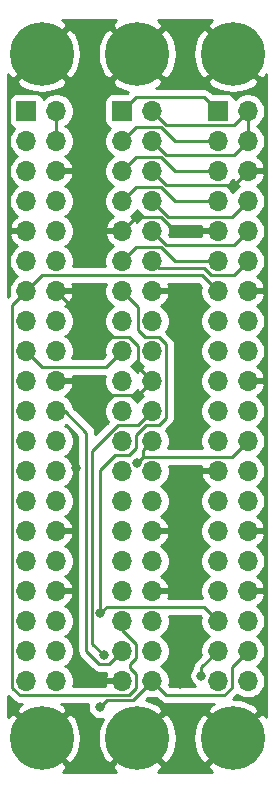
<source format=gbr>
%TF.GenerationSoftware,KiCad,Pcbnew,(5.1.6)-1*%
%TF.CreationDate,2020-06-28T00:18:02-05:00*%
%TF.ProjectId,rpi_adapter,7270695f-6164-4617-9074-65722e6b6963,rev?*%
%TF.SameCoordinates,Original*%
%TF.FileFunction,Copper,L2,Bot*%
%TF.FilePolarity,Positive*%
%FSLAX46Y46*%
G04 Gerber Fmt 4.6, Leading zero omitted, Abs format (unit mm)*
G04 Created by KiCad (PCBNEW (5.1.6)-1) date 2020-06-28 00:18:02*
%MOMM*%
%LPD*%
G01*
G04 APERTURE LIST*
%TA.AperFunction,ComponentPad*%
%ADD10C,0.800000*%
%TD*%
%TA.AperFunction,ComponentPad*%
%ADD11C,5.400000*%
%TD*%
%TA.AperFunction,ComponentPad*%
%ADD12O,1.700000X1.700000*%
%TD*%
%TA.AperFunction,ComponentPad*%
%ADD13R,1.700000X1.700000*%
%TD*%
%TA.AperFunction,ViaPad*%
%ADD14C,0.800000*%
%TD*%
%TA.AperFunction,Conductor*%
%ADD15C,0.250000*%
%TD*%
%TA.AperFunction,Conductor*%
%ADD16C,0.254000*%
%TD*%
G04 APERTURE END LIST*
D10*
%TO.P,H6,1*%
%TO.N,GND*%
X114481891Y-122978109D03*
X113050000Y-122385000D03*
X111618109Y-122978109D03*
X111025000Y-124410000D03*
X111618109Y-125841891D03*
X113050000Y-126435000D03*
X114481891Y-125841891D03*
X115075000Y-124410000D03*
D11*
X113050000Y-124410000D03*
%TD*%
D10*
%TO.P,H5,1*%
%TO.N,GND*%
X114481891Y-65018109D03*
X113050000Y-64425000D03*
X111618109Y-65018109D03*
X111025000Y-66450000D03*
X111618109Y-67881891D03*
X113050000Y-68475000D03*
X114481891Y-67881891D03*
X115075000Y-66450000D03*
D11*
X113050000Y-66450000D03*
%TD*%
D12*
%TO.P,J3,40*%
%TO.N,PI-ACK*%
X114300000Y-119560000D03*
%TO.P,J3,39*%
%TO.N,GND*%
X111760000Y-119560000D03*
%TO.P,J3,38*%
%TO.N,PI-RST*%
X114300000Y-117020000D03*
%TO.P,J3,37*%
%TO.N,PI-BSY*%
X111760000Y-117020000D03*
%TO.P,J3,36*%
%TO.N,PI-D6*%
X114300000Y-114480000D03*
%TO.P,J3,35*%
%TO.N,PI-ATN*%
X111760000Y-114480000D03*
%TO.P,J3,34*%
%TO.N,GND*%
X114300000Y-111940000D03*
%TO.P,J3,33*%
%TO.N,PI-D3*%
X111760000Y-111940000D03*
%TO.P,J3,32*%
%TO.N,PI-D2*%
X114300000Y-109400000D03*
%TO.P,J3,31*%
%TO.N,GPIO6*%
X111760000Y-109400000D03*
%TO.P,J3,30*%
%TO.N,GND*%
X114300000Y-106860000D03*
%TO.P,J3,29*%
%TO.N,DBG_LED*%
X111760000Y-106860000D03*
%TO.P,J3,28*%
%TO.N,GPIO1*%
X114300000Y-104320000D03*
%TO.P,J3,27*%
%TO.N,GPIO0*%
X111760000Y-104320000D03*
%TO.P,J3,26*%
%TO.N,GPIO7*%
X114300000Y-101780000D03*
%TO.P,J3,25*%
%TO.N,GND*%
X111760000Y-101780000D03*
%TO.P,J3,24*%
%TO.N,GPIO8*%
X114300000Y-99240000D03*
%TO.P,J3,23*%
%TO.N,PI-D1*%
X111760000Y-99240000D03*
%TO.P,J3,22*%
%TO.N,PI-I_O*%
X114300000Y-96700000D03*
%TO.P,J3,21*%
%TO.N,GPIO9*%
X111760000Y-96700000D03*
%TO.P,J3,20*%
%TO.N,GND*%
X114300000Y-94160000D03*
%TO.P,J3,19*%
%TO.N,PI-D0*%
X111760000Y-94160000D03*
%TO.P,J3,18*%
%TO.N,PI-C_D*%
X114300000Y-91620000D03*
%TO.P,J3,17*%
%TO.N,+3V3*%
X111760000Y-91620000D03*
%TO.P,J3,16*%
%TO.N,PI-MSG*%
X114300000Y-89080000D03*
%TO.P,J3,15*%
%TO.N,PI-REQ*%
X111760000Y-89080000D03*
%TO.P,J3,14*%
%TO.N,GND*%
X114300000Y-86540000D03*
%TO.P,J3,13*%
%TO.N,PI-SEL*%
X111760000Y-86540000D03*
%TO.P,J3,12*%
%TO.N,PI-DP*%
X114300000Y-84000000D03*
%TO.P,J3,11*%
%TO.N,PI-D7*%
X111760000Y-84000000D03*
%TO.P,J3,10*%
%TO.N,PI-D5*%
X114300000Y-81460000D03*
%TO.P,J3,9*%
%TO.N,GND*%
X111760000Y-81460000D03*
%TO.P,J3,8*%
%TO.N,PI-D4*%
X114300000Y-78920000D03*
%TO.P,J3,7*%
%TO.N,ACT*%
X111760000Y-78920000D03*
%TO.P,J3,6*%
%TO.N,GND*%
X114300000Y-76380000D03*
%TO.P,J3,5*%
%TO.N,PI-SCL*%
X111760000Y-76380000D03*
%TO.P,J3,4*%
%TO.N,+5V*%
X114300000Y-73840000D03*
%TO.P,J3,3*%
%TO.N,PI-SDA*%
X111760000Y-73840000D03*
%TO.P,J3,2*%
%TO.N,+5V*%
X114300000Y-71300000D03*
D13*
%TO.P,J3,1*%
%TO.N,+3V3*%
X111760000Y-71300000D03*
%TD*%
D10*
%TO.P,H4,1*%
%TO.N,GND*%
X106381891Y-122978109D03*
X104950000Y-122385000D03*
X103518109Y-122978109D03*
X102925000Y-124410000D03*
X103518109Y-125841891D03*
X104950000Y-126435000D03*
X106381891Y-125841891D03*
X106975000Y-124410000D03*
D11*
X104950000Y-124410000D03*
%TD*%
D10*
%TO.P,H3,1*%
%TO.N,GND*%
X106381891Y-65018109D03*
X104950000Y-64425000D03*
X103518109Y-65018109D03*
X102925000Y-66450000D03*
X103518109Y-67881891D03*
X104950000Y-68475000D03*
X106381891Y-67881891D03*
X106975000Y-66450000D03*
D11*
X104950000Y-66450000D03*
%TD*%
D10*
%TO.P,H2,1*%
%TO.N,GND*%
X98281891Y-122978109D03*
X96850000Y-122385000D03*
X95418109Y-122978109D03*
X94825000Y-124410000D03*
X95418109Y-125841891D03*
X96850000Y-126435000D03*
X98281891Y-125841891D03*
X98875000Y-124410000D03*
D11*
X96850000Y-124410000D03*
%TD*%
D10*
%TO.P,H1,1*%
%TO.N,GND*%
X98281891Y-65018109D03*
X96850000Y-64425000D03*
X95418109Y-65018109D03*
X94825000Y-66450000D03*
X95418109Y-67881891D03*
X96850000Y-68475000D03*
X98281891Y-67881891D03*
X98875000Y-66450000D03*
D11*
X96850000Y-66450000D03*
%TD*%
D13*
%TO.P,J2,1*%
%TO.N,+3V3*%
X103660000Y-71300000D03*
D12*
%TO.P,J2,2*%
%TO.N,+5V*%
X106200000Y-71300000D03*
%TO.P,J2,3*%
%TO.N,PI-SDA*%
X103660000Y-73840000D03*
%TO.P,J2,4*%
%TO.N,+5V*%
X106200000Y-73840000D03*
%TO.P,J2,5*%
%TO.N,PI-SCL*%
X103660000Y-76380000D03*
%TO.P,J2,6*%
%TO.N,GND*%
X106200000Y-76380000D03*
%TO.P,J2,7*%
%TO.N,ACT*%
X103660000Y-78920000D03*
%TO.P,J2,8*%
%TO.N,PI-D4*%
X106200000Y-78920000D03*
%TO.P,J2,9*%
%TO.N,GND*%
X103660000Y-81460000D03*
%TO.P,J2,10*%
%TO.N,PI-D5*%
X106200000Y-81460000D03*
%TO.P,J2,11*%
%TO.N,PI-D7*%
X103660000Y-84000000D03*
%TO.P,J2,12*%
%TO.N,PI-DP*%
X106200000Y-84000000D03*
%TO.P,J2,13*%
%TO.N,PI-ATN*%
X103660000Y-86540000D03*
%TO.P,J2,14*%
%TO.N,GND*%
X106200000Y-86540000D03*
%TO.P,J2,15*%
%TO.N,PI-MSG*%
X103660000Y-89080000D03*
%TO.P,J2,16*%
%TO.N,PI-REQ*%
X106200000Y-89080000D03*
%TO.P,J2,17*%
%TO.N,+3V3*%
X103660000Y-91620000D03*
%TO.P,J2,18*%
%TO.N,PI-C_D*%
X106200000Y-91620000D03*
%TO.P,J2,19*%
%TO.N,PI-D0*%
X103660000Y-94160000D03*
%TO.P,J2,20*%
%TO.N,GND*%
X106200000Y-94160000D03*
%TO.P,J2,21*%
%TO.N,GPIO9*%
X103660000Y-96700000D03*
%TO.P,J2,22*%
%TO.N,PI-BSY*%
X106200000Y-96700000D03*
%TO.P,J2,23*%
%TO.N,PI-D1*%
X103660000Y-99240000D03*
%TO.P,J2,24*%
%TO.N,GPIO8*%
X106200000Y-99240000D03*
%TO.P,J2,25*%
%TO.N,GND*%
X103660000Y-101780000D03*
%TO.P,J2,26*%
%TO.N,GPIO7*%
X106200000Y-101780000D03*
%TO.P,J2,27*%
%TO.N,GPIO0*%
X103660000Y-104320000D03*
%TO.P,J2,28*%
%TO.N,GPIO1*%
X106200000Y-104320000D03*
%TO.P,J2,29*%
%TO.N,DBG_LED*%
X103660000Y-106860000D03*
%TO.P,J2,30*%
%TO.N,GND*%
X106200000Y-106860000D03*
%TO.P,J2,31*%
%TO.N,GPIO6*%
X103660000Y-109400000D03*
%TO.P,J2,32*%
%TO.N,PI-D2*%
X106200000Y-109400000D03*
%TO.P,J2,33*%
%TO.N,PI-D3*%
X103660000Y-111940000D03*
%TO.P,J2,34*%
%TO.N,GND*%
X106200000Y-111940000D03*
%TO.P,J2,35*%
%TO.N,PI-SEL*%
X103660000Y-114480000D03*
%TO.P,J2,36*%
%TO.N,PI-D6*%
X106200000Y-114480000D03*
%TO.P,J2,37*%
%TO.N,PI-I_O*%
X103660000Y-117020000D03*
%TO.P,J2,38*%
%TO.N,PI-ACK*%
X106200000Y-117020000D03*
%TO.P,J2,39*%
%TO.N,GND*%
X103660000Y-119560000D03*
%TO.P,J2,40*%
%TO.N,PI-RST*%
X106200000Y-119560000D03*
%TD*%
%TO.P,J1,40*%
%TO.N,PI-ACK*%
X98100000Y-119560000D03*
%TO.P,J1,39*%
%TO.N,GND*%
X95560000Y-119560000D03*
%TO.P,J1,38*%
%TO.N,PI-RST*%
X98100000Y-117020000D03*
%TO.P,J1,37*%
%TO.N,PI-BSY*%
X95560000Y-117020000D03*
%TO.P,J1,36*%
%TO.N,PI-D6*%
X98100000Y-114480000D03*
%TO.P,J1,35*%
%TO.N,PI-ATN*%
X95560000Y-114480000D03*
%TO.P,J1,34*%
%TO.N,GND*%
X98100000Y-111940000D03*
%TO.P,J1,33*%
%TO.N,PI-D3*%
X95560000Y-111940000D03*
%TO.P,J1,32*%
%TO.N,PI-D2*%
X98100000Y-109400000D03*
%TO.P,J1,31*%
%TO.N,GPIO6*%
X95560000Y-109400000D03*
%TO.P,J1,30*%
%TO.N,GND*%
X98100000Y-106860000D03*
%TO.P,J1,29*%
%TO.N,DBG_LED*%
X95560000Y-106860000D03*
%TO.P,J1,28*%
%TO.N,GPIO1*%
X98100000Y-104320000D03*
%TO.P,J1,27*%
%TO.N,GPIO0*%
X95560000Y-104320000D03*
%TO.P,J1,26*%
%TO.N,GPIO7*%
X98100000Y-101780000D03*
%TO.P,J1,25*%
%TO.N,GND*%
X95560000Y-101780000D03*
%TO.P,J1,24*%
%TO.N,GPIO8*%
X98100000Y-99240000D03*
%TO.P,J1,23*%
%TO.N,PI-D1*%
X95560000Y-99240000D03*
%TO.P,J1,22*%
%TO.N,PI-I_O*%
X98100000Y-96700000D03*
%TO.P,J1,21*%
%TO.N,GPIO9*%
X95560000Y-96700000D03*
%TO.P,J1,20*%
%TO.N,GND*%
X98100000Y-94160000D03*
%TO.P,J1,19*%
%TO.N,PI-D0*%
X95560000Y-94160000D03*
%TO.P,J1,18*%
%TO.N,PI-C_D*%
X98100000Y-91620000D03*
%TO.P,J1,17*%
%TO.N,+3V3*%
X95560000Y-91620000D03*
%TO.P,J1,16*%
%TO.N,PI-MSG*%
X98100000Y-89080000D03*
%TO.P,J1,15*%
%TO.N,PI-REQ*%
X95560000Y-89080000D03*
%TO.P,J1,14*%
%TO.N,GND*%
X98100000Y-86540000D03*
%TO.P,J1,13*%
%TO.N,PI-SEL*%
X95560000Y-86540000D03*
%TO.P,J1,12*%
%TO.N,PI-DP*%
X98100000Y-84000000D03*
%TO.P,J1,11*%
%TO.N,PI-D7*%
X95560000Y-84000000D03*
%TO.P,J1,10*%
%TO.N,PI-D5*%
X98100000Y-81460000D03*
%TO.P,J1,9*%
%TO.N,GND*%
X95560000Y-81460000D03*
%TO.P,J1,8*%
%TO.N,PI-D4*%
X98100000Y-78920000D03*
%TO.P,J1,7*%
%TO.N,ACT*%
X95560000Y-78920000D03*
%TO.P,J1,6*%
%TO.N,GND*%
X98100000Y-76380000D03*
%TO.P,J1,5*%
%TO.N,PI-SCL*%
X95560000Y-76380000D03*
%TO.P,J1,4*%
%TO.N,+5V*%
X98100000Y-73840000D03*
%TO.P,J1,3*%
%TO.N,PI-SDA*%
X95560000Y-73840000D03*
%TO.P,J1,2*%
%TO.N,+5V*%
X98100000Y-71300000D03*
D13*
%TO.P,J1,1*%
%TO.N,+3V3*%
X95560000Y-71300000D03*
%TD*%
D14*
%TO.N,GND*%
X100900000Y-91350000D03*
X99786795Y-101563205D03*
X100750000Y-119300000D03*
X100864999Y-95335001D03*
X109050000Y-115500000D03*
X108550000Y-119834999D03*
X109150000Y-90300000D03*
X109150000Y-99050000D03*
%TO.N,PI-RST*%
X101800000Y-121750000D03*
%TO.N,PI-BSY*%
X102100000Y-117400000D03*
X110381595Y-119109999D03*
%TO.N,PI-ATN*%
X101825000Y-113840001D03*
%TO.N,GPIO8*%
X104929999Y-101080283D03*
%TD*%
D15*
%TO.N,GND*%
X105024999Y-95335001D02*
X106200000Y-94160000D01*
X100864999Y-95335001D02*
X105024999Y-95335001D01*
X105024999Y-91224999D02*
X104244999Y-90444999D01*
X104244999Y-90444999D02*
X101805001Y-90444999D01*
X105024999Y-92984999D02*
X105024999Y-91224999D01*
X101805001Y-90444999D02*
X100900000Y-91350000D01*
X106200000Y-94160000D02*
X105024999Y-92984999D01*
X100900000Y-89340000D02*
X98100000Y-86540000D01*
X100900000Y-91350000D02*
X100900000Y-89340000D01*
X113124999Y-77555001D02*
X114300000Y-76380000D01*
X107375001Y-77555001D02*
X113124999Y-77555001D01*
X106200000Y-76380000D02*
X107375001Y-77555001D01*
X108103590Y-81460000D02*
X111760000Y-81460000D01*
X104835001Y-80284999D02*
X106928589Y-80284999D01*
X106928589Y-80284999D02*
X108103590Y-81460000D01*
X103660000Y-81460000D02*
X104835001Y-80284999D01*
%TO.N,+3V3*%
X102295001Y-92984999D02*
X103660000Y-91620000D01*
X96924999Y-92984999D02*
X102295001Y-92984999D01*
X95560000Y-91620000D02*
X96924999Y-92984999D01*
X110584999Y-70124999D02*
X111760000Y-71300000D01*
X104835001Y-70124999D02*
X110584999Y-70124999D01*
X103660000Y-71300000D02*
X104835001Y-70124999D01*
%TO.N,+5V*%
X98100000Y-73840000D02*
X98100000Y-71300000D01*
X113124999Y-72475001D02*
X114300000Y-71300000D01*
X107375001Y-72475001D02*
X113124999Y-72475001D01*
X106200000Y-71300000D02*
X107375001Y-72475001D01*
X114300000Y-71300000D02*
X114300000Y-73840000D01*
X113124999Y-75015001D02*
X107375001Y-75015001D01*
X107375001Y-75015001D02*
X106200000Y-73840000D01*
X114300000Y-73840000D02*
X113124999Y-75015001D01*
%TO.N,PI-RST*%
X112324001Y-120735001D02*
X107375001Y-120735001D01*
X112935001Y-120124001D02*
X112324001Y-120735001D01*
X112935001Y-118384999D02*
X112935001Y-120124001D01*
X107375001Y-120735001D02*
X106200000Y-119560000D01*
X114300000Y-117020000D02*
X112935001Y-118384999D01*
X104574989Y-121185011D02*
X106200000Y-119560000D01*
X102364989Y-121185011D02*
X104574989Y-121185011D01*
X101800000Y-121750000D02*
X102364989Y-121185011D01*
%TO.N,PI-BSY*%
X105024999Y-97875001D02*
X106200000Y-96700000D01*
X101100000Y-100060998D02*
X103285997Y-97875001D01*
X103285997Y-97875001D02*
X105024999Y-97875001D01*
X101100000Y-116400000D02*
X101100000Y-100060998D01*
X102100000Y-117400000D02*
X101100000Y-116400000D01*
X110381595Y-118398405D02*
X111760000Y-117020000D01*
X110381595Y-119109999D02*
X110381595Y-118398405D01*
%TO.N,PI-ATN*%
X106764001Y-97875001D02*
X107375001Y-97264001D01*
X105661409Y-97875001D02*
X106764001Y-97875001D01*
X104835001Y-98701409D02*
X105661409Y-97875001D01*
X104835001Y-99804001D02*
X104835001Y-98701409D01*
X104224001Y-100415001D02*
X104835001Y-99804001D01*
X101825000Y-101686000D02*
X103095999Y-100415001D01*
X103095999Y-100415001D02*
X104224001Y-100415001D01*
X101825000Y-113840001D02*
X101825000Y-101686000D01*
X107375001Y-91055999D02*
X107375001Y-97264001D01*
X106764001Y-90444999D02*
X107375001Y-91055999D01*
X105635999Y-90444999D02*
X106764001Y-90444999D01*
X105024999Y-89833999D02*
X105635999Y-90444999D01*
X105024999Y-87904999D02*
X105024999Y-89833999D01*
X103660000Y-86540000D02*
X105024999Y-87904999D01*
X110584999Y-113304999D02*
X111760000Y-114480000D01*
X102360002Y-113304999D02*
X110584999Y-113304999D01*
X101825000Y-113840001D02*
X102360002Y-113304999D01*
%TO.N,GPIO8*%
X112935001Y-100604999D02*
X114300000Y-99240000D01*
X105405283Y-100604999D02*
X112935001Y-100604999D01*
X104929999Y-101080283D02*
X105405283Y-100604999D01*
X105405283Y-100034717D02*
X106200000Y-99240000D01*
X105405283Y-100604999D02*
X105405283Y-100034717D01*
%TO.N,PI-I_O*%
X98799982Y-96700000D02*
X98100000Y-96700000D01*
X103660000Y-117020000D02*
X102554999Y-118125001D01*
X100649991Y-98550009D02*
X98799982Y-96700000D01*
X102554999Y-118125001D02*
X101751999Y-118125001D01*
X101751999Y-118125001D02*
X100649991Y-117022993D01*
X100649991Y-117022993D02*
X100649991Y-98550009D01*
%TO.N,PI-SEL*%
X94384999Y-87715001D02*
X95560000Y-86540000D01*
X94384999Y-120124001D02*
X94384999Y-87715001D01*
X104224001Y-120735001D02*
X94995999Y-120735001D01*
X104835001Y-120124001D02*
X104224001Y-120735001D01*
X104835001Y-118995999D02*
X104835001Y-120124001D01*
X104300000Y-118119002D02*
X104300000Y-118460998D01*
X104835001Y-117584001D02*
X104300000Y-118119002D01*
X104300000Y-118460998D02*
X104835001Y-118995999D01*
X104835001Y-116455999D02*
X104835001Y-117584001D01*
X94995999Y-120735001D02*
X94384999Y-120124001D01*
X103660000Y-115280998D02*
X104835001Y-116455999D01*
X103660000Y-114480000D02*
X103660000Y-115280998D01*
X110395001Y-85175001D02*
X111760000Y-86540000D01*
X96924999Y-85175001D02*
X110395001Y-85175001D01*
X95560000Y-86540000D02*
X96924999Y-85175001D01*
%TO.N,PI-DP*%
X111195999Y-85175001D02*
X113124999Y-85175001D01*
X113124999Y-85175001D02*
X114300000Y-84000000D01*
X106764001Y-84564001D02*
X110584999Y-84564001D01*
X110584999Y-84564001D02*
X111195999Y-85175001D01*
X106200000Y-84000000D02*
X106764001Y-84564001D01*
%TO.N,PI-D7*%
X108103590Y-84000000D02*
X111760000Y-84000000D01*
X106928589Y-82824999D02*
X108103590Y-84000000D01*
X104835001Y-82824999D02*
X106928589Y-82824999D01*
X103660000Y-84000000D02*
X104835001Y-82824999D01*
%TO.N,PI-D5*%
X113124999Y-82635001D02*
X114300000Y-81460000D01*
X107375001Y-82635001D02*
X113124999Y-82635001D01*
X106200000Y-81460000D02*
X107375001Y-82635001D01*
%TO.N,PI-D4*%
X112935001Y-80284999D02*
X114300000Y-78920000D01*
X107564999Y-80284999D02*
X112935001Y-80284999D01*
X106200000Y-78920000D02*
X107564999Y-80284999D01*
%TO.N,ACT*%
X108103590Y-78920000D02*
X111760000Y-78920000D01*
X106928589Y-77744999D02*
X108103590Y-78920000D01*
X104835001Y-77744999D02*
X106928589Y-77744999D01*
X103660000Y-78920000D02*
X104835001Y-77744999D01*
%TO.N,PI-SCL*%
X106928589Y-75204999D02*
X108103590Y-76380000D01*
X104835001Y-75204999D02*
X106928589Y-75204999D01*
X108103590Y-76380000D02*
X111760000Y-76380000D01*
X103660000Y-76380000D02*
X104835001Y-75204999D01*
%TO.N,PI-SDA*%
X108103590Y-73840000D02*
X111760000Y-73840000D01*
X106928589Y-72664999D02*
X108103590Y-73840000D01*
X104835001Y-72664999D02*
X106928589Y-72664999D01*
X103660000Y-73840000D02*
X104835001Y-72664999D01*
%TD*%
D16*
%TO.N,GND*%
G36*
X103092008Y-63661096D02*
G01*
X103084411Y-63666172D01*
X102784231Y-64104626D01*
X104950000Y-66270395D01*
X107115769Y-64104626D01*
X106815589Y-63666172D01*
X106710842Y-63610000D01*
X111287916Y-63610000D01*
X111192008Y-63661096D01*
X111184411Y-63666172D01*
X110884231Y-64104626D01*
X113050000Y-66270395D01*
X113064143Y-66256253D01*
X113243748Y-66435858D01*
X113229605Y-66450000D01*
X115395374Y-68615769D01*
X115833828Y-68315589D01*
X115890001Y-68210840D01*
X115890000Y-122647916D01*
X115838904Y-122552008D01*
X115833828Y-122544411D01*
X115395374Y-122244231D01*
X113229605Y-124410000D01*
X113243748Y-124424143D01*
X113064143Y-124603748D01*
X113050000Y-124589605D01*
X110884231Y-126755374D01*
X111184411Y-127193828D01*
X111270510Y-127240000D01*
X106730854Y-127240000D01*
X106807992Y-127198904D01*
X106815589Y-127193828D01*
X107115769Y-126755374D01*
X104950000Y-124589605D01*
X102784231Y-126755374D01*
X103084411Y-127193828D01*
X103170510Y-127240000D01*
X98630854Y-127240000D01*
X98707992Y-127198904D01*
X98715589Y-127193828D01*
X99015769Y-126755374D01*
X96850000Y-124589605D01*
X96835858Y-124603748D01*
X96656253Y-124424143D01*
X96670395Y-124410000D01*
X97029605Y-124410000D01*
X99195374Y-126575769D01*
X99633828Y-126275589D01*
X99944296Y-125696644D01*
X100135852Y-125068254D01*
X100201134Y-124414569D01*
X100137634Y-123760707D01*
X99947792Y-123131797D01*
X99638904Y-122552008D01*
X99633828Y-122544411D01*
X99195374Y-122244231D01*
X97029605Y-124410000D01*
X96670395Y-124410000D01*
X94504626Y-122244231D01*
X94066172Y-122544411D01*
X94010000Y-122649158D01*
X94010000Y-120823804D01*
X94432204Y-121246009D01*
X94455998Y-121275002D01*
X94484991Y-121298796D01*
X94484995Y-121298800D01*
X94549393Y-121351649D01*
X94571723Y-121369975D01*
X94703752Y-121440547D01*
X94847013Y-121484004D01*
X94958666Y-121495001D01*
X94958675Y-121495001D01*
X94995998Y-121498677D01*
X95033321Y-121495001D01*
X95228691Y-121495001D01*
X94992008Y-121621096D01*
X94984411Y-121626172D01*
X94684231Y-122064626D01*
X96850000Y-124230395D01*
X99015769Y-122064626D01*
X98715589Y-121626172D01*
X98470988Y-121495001D01*
X100795445Y-121495001D01*
X100765000Y-121648061D01*
X100765000Y-121851939D01*
X100804774Y-122051898D01*
X100882795Y-122240256D01*
X100996063Y-122409774D01*
X101140226Y-122553937D01*
X101309744Y-122667205D01*
X101498102Y-122745226D01*
X101698061Y-122785000D01*
X101901939Y-122785000D01*
X102053298Y-122754893D01*
X101855704Y-123123356D01*
X101664148Y-123751746D01*
X101598866Y-124405431D01*
X101662366Y-125059293D01*
X101852208Y-125688203D01*
X102161096Y-126267992D01*
X102166172Y-126275589D01*
X102604626Y-126575769D01*
X104770395Y-124410000D01*
X105129605Y-124410000D01*
X107295374Y-126575769D01*
X107733828Y-126275589D01*
X108044296Y-125696644D01*
X108235852Y-125068254D01*
X108301134Y-124414569D01*
X108300247Y-124405431D01*
X109698866Y-124405431D01*
X109762366Y-125059293D01*
X109952208Y-125688203D01*
X110261096Y-126267992D01*
X110266172Y-126275589D01*
X110704626Y-126575769D01*
X112870395Y-124410000D01*
X110704626Y-122244231D01*
X110266172Y-122544411D01*
X109955704Y-123123356D01*
X109764148Y-123751746D01*
X109698866Y-124405431D01*
X108300247Y-124405431D01*
X108237634Y-123760707D01*
X108047792Y-123131797D01*
X107738904Y-122552008D01*
X107733828Y-122544411D01*
X107295374Y-122244231D01*
X105129605Y-124410000D01*
X104770395Y-124410000D01*
X104756253Y-124395858D01*
X104935858Y-124216253D01*
X104950000Y-124230395D01*
X107115769Y-122064626D01*
X106815589Y-121626172D01*
X106236644Y-121315704D01*
X105686731Y-121148071D01*
X105833592Y-121001209D01*
X106053740Y-121045000D01*
X106346260Y-121045000D01*
X106566408Y-121001210D01*
X106811202Y-121246004D01*
X106835000Y-121275002D01*
X106950725Y-121369975D01*
X107082754Y-121440547D01*
X107226015Y-121484004D01*
X107337668Y-121495001D01*
X107337677Y-121495001D01*
X107375000Y-121498677D01*
X107412323Y-121495001D01*
X111428691Y-121495001D01*
X111192008Y-121621096D01*
X111184411Y-121626172D01*
X110884231Y-122064626D01*
X113050000Y-124230395D01*
X115215769Y-122064626D01*
X114915589Y-121626172D01*
X114336644Y-121315704D01*
X113708254Y-121124148D01*
X113073088Y-121060715D01*
X113393509Y-120740296D01*
X113596589Y-120875990D01*
X113866842Y-120987932D01*
X114153740Y-121045000D01*
X114446260Y-121045000D01*
X114733158Y-120987932D01*
X115003411Y-120875990D01*
X115246632Y-120713475D01*
X115453475Y-120506632D01*
X115615990Y-120263411D01*
X115727932Y-119993158D01*
X115785000Y-119706260D01*
X115785000Y-119413740D01*
X115727932Y-119126842D01*
X115615990Y-118856589D01*
X115453475Y-118613368D01*
X115246632Y-118406525D01*
X115072240Y-118290000D01*
X115246632Y-118173475D01*
X115453475Y-117966632D01*
X115615990Y-117723411D01*
X115727932Y-117453158D01*
X115785000Y-117166260D01*
X115785000Y-116873740D01*
X115727932Y-116586842D01*
X115615990Y-116316589D01*
X115453475Y-116073368D01*
X115246632Y-115866525D01*
X115072240Y-115750000D01*
X115246632Y-115633475D01*
X115453475Y-115426632D01*
X115615990Y-115183411D01*
X115727932Y-114913158D01*
X115785000Y-114626260D01*
X115785000Y-114333740D01*
X115727932Y-114046842D01*
X115615990Y-113776589D01*
X115453475Y-113533368D01*
X115246632Y-113326525D01*
X115064466Y-113204805D01*
X115181355Y-113135178D01*
X115397588Y-112940269D01*
X115571641Y-112706920D01*
X115696825Y-112444099D01*
X115741476Y-112296890D01*
X115620155Y-112067000D01*
X114427000Y-112067000D01*
X114427000Y-112087000D01*
X114173000Y-112087000D01*
X114173000Y-112067000D01*
X114153000Y-112067000D01*
X114153000Y-111813000D01*
X114173000Y-111813000D01*
X114173000Y-111793000D01*
X114427000Y-111793000D01*
X114427000Y-111813000D01*
X115620155Y-111813000D01*
X115741476Y-111583110D01*
X115696825Y-111435901D01*
X115571641Y-111173080D01*
X115397588Y-110939731D01*
X115181355Y-110744822D01*
X115064466Y-110675195D01*
X115246632Y-110553475D01*
X115453475Y-110346632D01*
X115615990Y-110103411D01*
X115727932Y-109833158D01*
X115785000Y-109546260D01*
X115785000Y-109253740D01*
X115727932Y-108966842D01*
X115615990Y-108696589D01*
X115453475Y-108453368D01*
X115246632Y-108246525D01*
X115064466Y-108124805D01*
X115181355Y-108055178D01*
X115397588Y-107860269D01*
X115571641Y-107626920D01*
X115696825Y-107364099D01*
X115741476Y-107216890D01*
X115620155Y-106987000D01*
X114427000Y-106987000D01*
X114427000Y-107007000D01*
X114173000Y-107007000D01*
X114173000Y-106987000D01*
X114153000Y-106987000D01*
X114153000Y-106733000D01*
X114173000Y-106733000D01*
X114173000Y-106713000D01*
X114427000Y-106713000D01*
X114427000Y-106733000D01*
X115620155Y-106733000D01*
X115741476Y-106503110D01*
X115696825Y-106355901D01*
X115571641Y-106093080D01*
X115397588Y-105859731D01*
X115181355Y-105664822D01*
X115064466Y-105595195D01*
X115246632Y-105473475D01*
X115453475Y-105266632D01*
X115615990Y-105023411D01*
X115727932Y-104753158D01*
X115785000Y-104466260D01*
X115785000Y-104173740D01*
X115727932Y-103886842D01*
X115615990Y-103616589D01*
X115453475Y-103373368D01*
X115246632Y-103166525D01*
X115072240Y-103050000D01*
X115246632Y-102933475D01*
X115453475Y-102726632D01*
X115615990Y-102483411D01*
X115727932Y-102213158D01*
X115785000Y-101926260D01*
X115785000Y-101633740D01*
X115727932Y-101346842D01*
X115615990Y-101076589D01*
X115453475Y-100833368D01*
X115246632Y-100626525D01*
X115072240Y-100510000D01*
X115246632Y-100393475D01*
X115453475Y-100186632D01*
X115615990Y-99943411D01*
X115727932Y-99673158D01*
X115785000Y-99386260D01*
X115785000Y-99093740D01*
X115727932Y-98806842D01*
X115615990Y-98536589D01*
X115453475Y-98293368D01*
X115246632Y-98086525D01*
X115072240Y-97970000D01*
X115246632Y-97853475D01*
X115453475Y-97646632D01*
X115615990Y-97403411D01*
X115727932Y-97133158D01*
X115785000Y-96846260D01*
X115785000Y-96553740D01*
X115727932Y-96266842D01*
X115615990Y-95996589D01*
X115453475Y-95753368D01*
X115246632Y-95546525D01*
X115064466Y-95424805D01*
X115181355Y-95355178D01*
X115397588Y-95160269D01*
X115571641Y-94926920D01*
X115696825Y-94664099D01*
X115741476Y-94516890D01*
X115620155Y-94287000D01*
X114427000Y-94287000D01*
X114427000Y-94307000D01*
X114173000Y-94307000D01*
X114173000Y-94287000D01*
X114153000Y-94287000D01*
X114153000Y-94033000D01*
X114173000Y-94033000D01*
X114173000Y-94013000D01*
X114427000Y-94013000D01*
X114427000Y-94033000D01*
X115620155Y-94033000D01*
X115741476Y-93803110D01*
X115696825Y-93655901D01*
X115571641Y-93393080D01*
X115397588Y-93159731D01*
X115181355Y-92964822D01*
X115064466Y-92895195D01*
X115246632Y-92773475D01*
X115453475Y-92566632D01*
X115615990Y-92323411D01*
X115727932Y-92053158D01*
X115785000Y-91766260D01*
X115785000Y-91473740D01*
X115727932Y-91186842D01*
X115615990Y-90916589D01*
X115453475Y-90673368D01*
X115246632Y-90466525D01*
X115072240Y-90350000D01*
X115246632Y-90233475D01*
X115453475Y-90026632D01*
X115615990Y-89783411D01*
X115727932Y-89513158D01*
X115785000Y-89226260D01*
X115785000Y-88933740D01*
X115727932Y-88646842D01*
X115615990Y-88376589D01*
X115453475Y-88133368D01*
X115246632Y-87926525D01*
X115064466Y-87804805D01*
X115181355Y-87735178D01*
X115397588Y-87540269D01*
X115571641Y-87306920D01*
X115696825Y-87044099D01*
X115741476Y-86896890D01*
X115620155Y-86667000D01*
X114427000Y-86667000D01*
X114427000Y-86687000D01*
X114173000Y-86687000D01*
X114173000Y-86667000D01*
X114153000Y-86667000D01*
X114153000Y-86413000D01*
X114173000Y-86413000D01*
X114173000Y-86393000D01*
X114427000Y-86393000D01*
X114427000Y-86413000D01*
X115620155Y-86413000D01*
X115741476Y-86183110D01*
X115696825Y-86035901D01*
X115571641Y-85773080D01*
X115397588Y-85539731D01*
X115181355Y-85344822D01*
X115064466Y-85275195D01*
X115246632Y-85153475D01*
X115453475Y-84946632D01*
X115615990Y-84703411D01*
X115727932Y-84433158D01*
X115785000Y-84146260D01*
X115785000Y-83853740D01*
X115727932Y-83566842D01*
X115615990Y-83296589D01*
X115453475Y-83053368D01*
X115246632Y-82846525D01*
X115072240Y-82730000D01*
X115246632Y-82613475D01*
X115453475Y-82406632D01*
X115615990Y-82163411D01*
X115727932Y-81893158D01*
X115785000Y-81606260D01*
X115785000Y-81313740D01*
X115727932Y-81026842D01*
X115615990Y-80756589D01*
X115453475Y-80513368D01*
X115246632Y-80306525D01*
X115072240Y-80190000D01*
X115246632Y-80073475D01*
X115453475Y-79866632D01*
X115615990Y-79623411D01*
X115727932Y-79353158D01*
X115785000Y-79066260D01*
X115785000Y-78773740D01*
X115727932Y-78486842D01*
X115615990Y-78216589D01*
X115453475Y-77973368D01*
X115246632Y-77766525D01*
X115064466Y-77644805D01*
X115181355Y-77575178D01*
X115397588Y-77380269D01*
X115571641Y-77146920D01*
X115696825Y-76884099D01*
X115741476Y-76736890D01*
X115620155Y-76507000D01*
X114427000Y-76507000D01*
X114427000Y-76527000D01*
X114173000Y-76527000D01*
X114173000Y-76507000D01*
X114153000Y-76507000D01*
X114153000Y-76253000D01*
X114173000Y-76253000D01*
X114173000Y-76233000D01*
X114427000Y-76233000D01*
X114427000Y-76253000D01*
X115620155Y-76253000D01*
X115741476Y-76023110D01*
X115696825Y-75875901D01*
X115571641Y-75613080D01*
X115397588Y-75379731D01*
X115181355Y-75184822D01*
X115064466Y-75115195D01*
X115246632Y-74993475D01*
X115453475Y-74786632D01*
X115615990Y-74543411D01*
X115727932Y-74273158D01*
X115785000Y-73986260D01*
X115785000Y-73693740D01*
X115727932Y-73406842D01*
X115615990Y-73136589D01*
X115453475Y-72893368D01*
X115246632Y-72686525D01*
X115072240Y-72570000D01*
X115246632Y-72453475D01*
X115453475Y-72246632D01*
X115615990Y-72003411D01*
X115727932Y-71733158D01*
X115785000Y-71446260D01*
X115785000Y-71153740D01*
X115727932Y-70866842D01*
X115615990Y-70596589D01*
X115453475Y-70353368D01*
X115246632Y-70146525D01*
X115003411Y-69984010D01*
X114733158Y-69872068D01*
X114446260Y-69815000D01*
X114153740Y-69815000D01*
X113866842Y-69872068D01*
X113596589Y-69984010D01*
X113353368Y-70146525D01*
X113221513Y-70278380D01*
X113199502Y-70205820D01*
X113140537Y-70095506D01*
X113061185Y-69998815D01*
X112964494Y-69919463D01*
X112854180Y-69860498D01*
X112734482Y-69824188D01*
X112610000Y-69811928D01*
X111346729Y-69811928D01*
X111148803Y-69614002D01*
X111125000Y-69584998D01*
X111009275Y-69490025D01*
X110877246Y-69419453D01*
X110733985Y-69375996D01*
X110622332Y-69364999D01*
X110622321Y-69364999D01*
X110584999Y-69361323D01*
X110547677Y-69364999D01*
X106571309Y-69364999D01*
X106807992Y-69238904D01*
X106815589Y-69233828D01*
X107115769Y-68795374D01*
X110884231Y-68795374D01*
X111184411Y-69233828D01*
X111763356Y-69544296D01*
X112391746Y-69735852D01*
X113045431Y-69801134D01*
X113699293Y-69737634D01*
X114328203Y-69547792D01*
X114907992Y-69238904D01*
X114915589Y-69233828D01*
X115215769Y-68795374D01*
X113050000Y-66629605D01*
X110884231Y-68795374D01*
X107115769Y-68795374D01*
X104950000Y-66629605D01*
X102784231Y-68795374D01*
X103084411Y-69233828D01*
X103663356Y-69544296D01*
X104182614Y-69702585D01*
X104073270Y-69811928D01*
X102810000Y-69811928D01*
X102685518Y-69824188D01*
X102565820Y-69860498D01*
X102455506Y-69919463D01*
X102358815Y-69998815D01*
X102279463Y-70095506D01*
X102220498Y-70205820D01*
X102184188Y-70325518D01*
X102171928Y-70450000D01*
X102171928Y-72150000D01*
X102184188Y-72274482D01*
X102220498Y-72394180D01*
X102279463Y-72504494D01*
X102358815Y-72601185D01*
X102455506Y-72680537D01*
X102565820Y-72739502D01*
X102638380Y-72761513D01*
X102506525Y-72893368D01*
X102344010Y-73136589D01*
X102232068Y-73406842D01*
X102175000Y-73693740D01*
X102175000Y-73986260D01*
X102232068Y-74273158D01*
X102344010Y-74543411D01*
X102506525Y-74786632D01*
X102713368Y-74993475D01*
X102887760Y-75110000D01*
X102713368Y-75226525D01*
X102506525Y-75433368D01*
X102344010Y-75676589D01*
X102232068Y-75946842D01*
X102175000Y-76233740D01*
X102175000Y-76526260D01*
X102232068Y-76813158D01*
X102344010Y-77083411D01*
X102506525Y-77326632D01*
X102713368Y-77533475D01*
X102887760Y-77650000D01*
X102713368Y-77766525D01*
X102506525Y-77973368D01*
X102344010Y-78216589D01*
X102232068Y-78486842D01*
X102175000Y-78773740D01*
X102175000Y-79066260D01*
X102232068Y-79353158D01*
X102344010Y-79623411D01*
X102506525Y-79866632D01*
X102713368Y-80073475D01*
X102895534Y-80195195D01*
X102778645Y-80264822D01*
X102562412Y-80459731D01*
X102388359Y-80693080D01*
X102263175Y-80955901D01*
X102218524Y-81103110D01*
X102339845Y-81333000D01*
X103533000Y-81333000D01*
X103533000Y-81313000D01*
X103787000Y-81313000D01*
X103787000Y-81333000D01*
X103807000Y-81333000D01*
X103807000Y-81587000D01*
X103787000Y-81587000D01*
X103787000Y-81607000D01*
X103533000Y-81607000D01*
X103533000Y-81587000D01*
X102339845Y-81587000D01*
X102218524Y-81816890D01*
X102263175Y-81964099D01*
X102388359Y-82226920D01*
X102562412Y-82460269D01*
X102778645Y-82655178D01*
X102895534Y-82724805D01*
X102713368Y-82846525D01*
X102506525Y-83053368D01*
X102344010Y-83296589D01*
X102232068Y-83566842D01*
X102175000Y-83853740D01*
X102175000Y-84146260D01*
X102228456Y-84415001D01*
X99531544Y-84415001D01*
X99585000Y-84146260D01*
X99585000Y-83853740D01*
X99527932Y-83566842D01*
X99415990Y-83296589D01*
X99253475Y-83053368D01*
X99046632Y-82846525D01*
X98872240Y-82730000D01*
X99046632Y-82613475D01*
X99253475Y-82406632D01*
X99415990Y-82163411D01*
X99527932Y-81893158D01*
X99585000Y-81606260D01*
X99585000Y-81313740D01*
X99527932Y-81026842D01*
X99415990Y-80756589D01*
X99253475Y-80513368D01*
X99046632Y-80306525D01*
X98872240Y-80190000D01*
X99046632Y-80073475D01*
X99253475Y-79866632D01*
X99415990Y-79623411D01*
X99527932Y-79353158D01*
X99585000Y-79066260D01*
X99585000Y-78773740D01*
X99527932Y-78486842D01*
X99415990Y-78216589D01*
X99253475Y-77973368D01*
X99046632Y-77766525D01*
X98864466Y-77644805D01*
X98981355Y-77575178D01*
X99197588Y-77380269D01*
X99371641Y-77146920D01*
X99496825Y-76884099D01*
X99541476Y-76736890D01*
X99420155Y-76507000D01*
X98227000Y-76507000D01*
X98227000Y-76527000D01*
X97973000Y-76527000D01*
X97973000Y-76507000D01*
X97953000Y-76507000D01*
X97953000Y-76253000D01*
X97973000Y-76253000D01*
X97973000Y-76233000D01*
X98227000Y-76233000D01*
X98227000Y-76253000D01*
X99420155Y-76253000D01*
X99541476Y-76023110D01*
X99496825Y-75875901D01*
X99371641Y-75613080D01*
X99197588Y-75379731D01*
X98981355Y-75184822D01*
X98864466Y-75115195D01*
X99046632Y-74993475D01*
X99253475Y-74786632D01*
X99415990Y-74543411D01*
X99527932Y-74273158D01*
X99585000Y-73986260D01*
X99585000Y-73693740D01*
X99527932Y-73406842D01*
X99415990Y-73136589D01*
X99253475Y-72893368D01*
X99046632Y-72686525D01*
X98872240Y-72570000D01*
X99046632Y-72453475D01*
X99253475Y-72246632D01*
X99415990Y-72003411D01*
X99527932Y-71733158D01*
X99585000Y-71446260D01*
X99585000Y-71153740D01*
X99527932Y-70866842D01*
X99415990Y-70596589D01*
X99253475Y-70353368D01*
X99046632Y-70146525D01*
X98803411Y-69984010D01*
X98533158Y-69872068D01*
X98246260Y-69815000D01*
X97953740Y-69815000D01*
X97666842Y-69872068D01*
X97396589Y-69984010D01*
X97153368Y-70146525D01*
X97021513Y-70278380D01*
X96999502Y-70205820D01*
X96940537Y-70095506D01*
X96861185Y-69998815D01*
X96764494Y-69919463D01*
X96654180Y-69860498D01*
X96534482Y-69824188D01*
X96410000Y-69811928D01*
X94710000Y-69811928D01*
X94585518Y-69824188D01*
X94465820Y-69860498D01*
X94355506Y-69919463D01*
X94258815Y-69998815D01*
X94179463Y-70095506D01*
X94120498Y-70205820D01*
X94084188Y-70325518D01*
X94071928Y-70450000D01*
X94071928Y-72150000D01*
X94084188Y-72274482D01*
X94120498Y-72394180D01*
X94179463Y-72504494D01*
X94258815Y-72601185D01*
X94355506Y-72680537D01*
X94465820Y-72739502D01*
X94538380Y-72761513D01*
X94406525Y-72893368D01*
X94244010Y-73136589D01*
X94132068Y-73406842D01*
X94075000Y-73693740D01*
X94075000Y-73986260D01*
X94132068Y-74273158D01*
X94244010Y-74543411D01*
X94406525Y-74786632D01*
X94613368Y-74993475D01*
X94787760Y-75110000D01*
X94613368Y-75226525D01*
X94406525Y-75433368D01*
X94244010Y-75676589D01*
X94132068Y-75946842D01*
X94075000Y-76233740D01*
X94075000Y-76526260D01*
X94132068Y-76813158D01*
X94244010Y-77083411D01*
X94406525Y-77326632D01*
X94613368Y-77533475D01*
X94787760Y-77650000D01*
X94613368Y-77766525D01*
X94406525Y-77973368D01*
X94244010Y-78216589D01*
X94132068Y-78486842D01*
X94075000Y-78773740D01*
X94075000Y-79066260D01*
X94132068Y-79353158D01*
X94244010Y-79623411D01*
X94406525Y-79866632D01*
X94613368Y-80073475D01*
X94795534Y-80195195D01*
X94678645Y-80264822D01*
X94462412Y-80459731D01*
X94288359Y-80693080D01*
X94163175Y-80955901D01*
X94118524Y-81103110D01*
X94239845Y-81333000D01*
X95433000Y-81333000D01*
X95433000Y-81313000D01*
X95687000Y-81313000D01*
X95687000Y-81333000D01*
X95707000Y-81333000D01*
X95707000Y-81587000D01*
X95687000Y-81587000D01*
X95687000Y-81607000D01*
X95433000Y-81607000D01*
X95433000Y-81587000D01*
X94239845Y-81587000D01*
X94118524Y-81816890D01*
X94163175Y-81964099D01*
X94288359Y-82226920D01*
X94462412Y-82460269D01*
X94678645Y-82655178D01*
X94795534Y-82724805D01*
X94613368Y-82846525D01*
X94406525Y-83053368D01*
X94244010Y-83296589D01*
X94132068Y-83566842D01*
X94075000Y-83853740D01*
X94075000Y-84146260D01*
X94132068Y-84433158D01*
X94244010Y-84703411D01*
X94406525Y-84946632D01*
X94613368Y-85153475D01*
X94787760Y-85270000D01*
X94613368Y-85386525D01*
X94406525Y-85593368D01*
X94244010Y-85836589D01*
X94132068Y-86106842D01*
X94075000Y-86393740D01*
X94075000Y-86686260D01*
X94118791Y-86906408D01*
X94010000Y-87015199D01*
X94010000Y-68795374D01*
X94684231Y-68795374D01*
X94984411Y-69233828D01*
X95563356Y-69544296D01*
X96191746Y-69735852D01*
X96845431Y-69801134D01*
X97499293Y-69737634D01*
X98128203Y-69547792D01*
X98707992Y-69238904D01*
X98715589Y-69233828D01*
X99015769Y-68795374D01*
X96850000Y-66629605D01*
X94684231Y-68795374D01*
X94010000Y-68795374D01*
X94010000Y-68212084D01*
X94061096Y-68307992D01*
X94066172Y-68315589D01*
X94504626Y-68615769D01*
X96670395Y-66450000D01*
X97029605Y-66450000D01*
X99195374Y-68615769D01*
X99633828Y-68315589D01*
X99944296Y-67736644D01*
X100135852Y-67108254D01*
X100201134Y-66454569D01*
X100200247Y-66445431D01*
X101598866Y-66445431D01*
X101662366Y-67099293D01*
X101852208Y-67728203D01*
X102161096Y-68307992D01*
X102166172Y-68315589D01*
X102604626Y-68615769D01*
X104770395Y-66450000D01*
X105129605Y-66450000D01*
X107295374Y-68615769D01*
X107733828Y-68315589D01*
X108044296Y-67736644D01*
X108235852Y-67108254D01*
X108301134Y-66454569D01*
X108300247Y-66445431D01*
X109698866Y-66445431D01*
X109762366Y-67099293D01*
X109952208Y-67728203D01*
X110261096Y-68307992D01*
X110266172Y-68315589D01*
X110704626Y-68615769D01*
X112870395Y-66450000D01*
X110704626Y-64284231D01*
X110266172Y-64584411D01*
X109955704Y-65163356D01*
X109764148Y-65791746D01*
X109698866Y-66445431D01*
X108300247Y-66445431D01*
X108237634Y-65800707D01*
X108047792Y-65171797D01*
X107738904Y-64592008D01*
X107733828Y-64584411D01*
X107295374Y-64284231D01*
X105129605Y-66450000D01*
X104770395Y-66450000D01*
X102604626Y-64284231D01*
X102166172Y-64584411D01*
X101855704Y-65163356D01*
X101664148Y-65791746D01*
X101598866Y-66445431D01*
X100200247Y-66445431D01*
X100137634Y-65800707D01*
X99947792Y-65171797D01*
X99638904Y-64592008D01*
X99633828Y-64584411D01*
X99195374Y-64284231D01*
X97029605Y-66450000D01*
X96670395Y-66450000D01*
X96656253Y-66435858D01*
X96835858Y-66256253D01*
X96850000Y-66270395D01*
X99015769Y-64104626D01*
X98715589Y-63666172D01*
X98610842Y-63610000D01*
X103187916Y-63610000D01*
X103092008Y-63661096D01*
G37*
X103092008Y-63661096D02*
X103084411Y-63666172D01*
X102784231Y-64104626D01*
X104950000Y-66270395D01*
X107115769Y-64104626D01*
X106815589Y-63666172D01*
X106710842Y-63610000D01*
X111287916Y-63610000D01*
X111192008Y-63661096D01*
X111184411Y-63666172D01*
X110884231Y-64104626D01*
X113050000Y-66270395D01*
X113064143Y-66256253D01*
X113243748Y-66435858D01*
X113229605Y-66450000D01*
X115395374Y-68615769D01*
X115833828Y-68315589D01*
X115890001Y-68210840D01*
X115890000Y-122647916D01*
X115838904Y-122552008D01*
X115833828Y-122544411D01*
X115395374Y-122244231D01*
X113229605Y-124410000D01*
X113243748Y-124424143D01*
X113064143Y-124603748D01*
X113050000Y-124589605D01*
X110884231Y-126755374D01*
X111184411Y-127193828D01*
X111270510Y-127240000D01*
X106730854Y-127240000D01*
X106807992Y-127198904D01*
X106815589Y-127193828D01*
X107115769Y-126755374D01*
X104950000Y-124589605D01*
X102784231Y-126755374D01*
X103084411Y-127193828D01*
X103170510Y-127240000D01*
X98630854Y-127240000D01*
X98707992Y-127198904D01*
X98715589Y-127193828D01*
X99015769Y-126755374D01*
X96850000Y-124589605D01*
X96835858Y-124603748D01*
X96656253Y-124424143D01*
X96670395Y-124410000D01*
X97029605Y-124410000D01*
X99195374Y-126575769D01*
X99633828Y-126275589D01*
X99944296Y-125696644D01*
X100135852Y-125068254D01*
X100201134Y-124414569D01*
X100137634Y-123760707D01*
X99947792Y-123131797D01*
X99638904Y-122552008D01*
X99633828Y-122544411D01*
X99195374Y-122244231D01*
X97029605Y-124410000D01*
X96670395Y-124410000D01*
X94504626Y-122244231D01*
X94066172Y-122544411D01*
X94010000Y-122649158D01*
X94010000Y-120823804D01*
X94432204Y-121246009D01*
X94455998Y-121275002D01*
X94484991Y-121298796D01*
X94484995Y-121298800D01*
X94549393Y-121351649D01*
X94571723Y-121369975D01*
X94703752Y-121440547D01*
X94847013Y-121484004D01*
X94958666Y-121495001D01*
X94958675Y-121495001D01*
X94995998Y-121498677D01*
X95033321Y-121495001D01*
X95228691Y-121495001D01*
X94992008Y-121621096D01*
X94984411Y-121626172D01*
X94684231Y-122064626D01*
X96850000Y-124230395D01*
X99015769Y-122064626D01*
X98715589Y-121626172D01*
X98470988Y-121495001D01*
X100795445Y-121495001D01*
X100765000Y-121648061D01*
X100765000Y-121851939D01*
X100804774Y-122051898D01*
X100882795Y-122240256D01*
X100996063Y-122409774D01*
X101140226Y-122553937D01*
X101309744Y-122667205D01*
X101498102Y-122745226D01*
X101698061Y-122785000D01*
X101901939Y-122785000D01*
X102053298Y-122754893D01*
X101855704Y-123123356D01*
X101664148Y-123751746D01*
X101598866Y-124405431D01*
X101662366Y-125059293D01*
X101852208Y-125688203D01*
X102161096Y-126267992D01*
X102166172Y-126275589D01*
X102604626Y-126575769D01*
X104770395Y-124410000D01*
X105129605Y-124410000D01*
X107295374Y-126575769D01*
X107733828Y-126275589D01*
X108044296Y-125696644D01*
X108235852Y-125068254D01*
X108301134Y-124414569D01*
X108300247Y-124405431D01*
X109698866Y-124405431D01*
X109762366Y-125059293D01*
X109952208Y-125688203D01*
X110261096Y-126267992D01*
X110266172Y-126275589D01*
X110704626Y-126575769D01*
X112870395Y-124410000D01*
X110704626Y-122244231D01*
X110266172Y-122544411D01*
X109955704Y-123123356D01*
X109764148Y-123751746D01*
X109698866Y-124405431D01*
X108300247Y-124405431D01*
X108237634Y-123760707D01*
X108047792Y-123131797D01*
X107738904Y-122552008D01*
X107733828Y-122544411D01*
X107295374Y-122244231D01*
X105129605Y-124410000D01*
X104770395Y-124410000D01*
X104756253Y-124395858D01*
X104935858Y-124216253D01*
X104950000Y-124230395D01*
X107115769Y-122064626D01*
X106815589Y-121626172D01*
X106236644Y-121315704D01*
X105686731Y-121148071D01*
X105833592Y-121001209D01*
X106053740Y-121045000D01*
X106346260Y-121045000D01*
X106566408Y-121001210D01*
X106811202Y-121246004D01*
X106835000Y-121275002D01*
X106950725Y-121369975D01*
X107082754Y-121440547D01*
X107226015Y-121484004D01*
X107337668Y-121495001D01*
X107337677Y-121495001D01*
X107375000Y-121498677D01*
X107412323Y-121495001D01*
X111428691Y-121495001D01*
X111192008Y-121621096D01*
X111184411Y-121626172D01*
X110884231Y-122064626D01*
X113050000Y-124230395D01*
X115215769Y-122064626D01*
X114915589Y-121626172D01*
X114336644Y-121315704D01*
X113708254Y-121124148D01*
X113073088Y-121060715D01*
X113393509Y-120740296D01*
X113596589Y-120875990D01*
X113866842Y-120987932D01*
X114153740Y-121045000D01*
X114446260Y-121045000D01*
X114733158Y-120987932D01*
X115003411Y-120875990D01*
X115246632Y-120713475D01*
X115453475Y-120506632D01*
X115615990Y-120263411D01*
X115727932Y-119993158D01*
X115785000Y-119706260D01*
X115785000Y-119413740D01*
X115727932Y-119126842D01*
X115615990Y-118856589D01*
X115453475Y-118613368D01*
X115246632Y-118406525D01*
X115072240Y-118290000D01*
X115246632Y-118173475D01*
X115453475Y-117966632D01*
X115615990Y-117723411D01*
X115727932Y-117453158D01*
X115785000Y-117166260D01*
X115785000Y-116873740D01*
X115727932Y-116586842D01*
X115615990Y-116316589D01*
X115453475Y-116073368D01*
X115246632Y-115866525D01*
X115072240Y-115750000D01*
X115246632Y-115633475D01*
X115453475Y-115426632D01*
X115615990Y-115183411D01*
X115727932Y-114913158D01*
X115785000Y-114626260D01*
X115785000Y-114333740D01*
X115727932Y-114046842D01*
X115615990Y-113776589D01*
X115453475Y-113533368D01*
X115246632Y-113326525D01*
X115064466Y-113204805D01*
X115181355Y-113135178D01*
X115397588Y-112940269D01*
X115571641Y-112706920D01*
X115696825Y-112444099D01*
X115741476Y-112296890D01*
X115620155Y-112067000D01*
X114427000Y-112067000D01*
X114427000Y-112087000D01*
X114173000Y-112087000D01*
X114173000Y-112067000D01*
X114153000Y-112067000D01*
X114153000Y-111813000D01*
X114173000Y-111813000D01*
X114173000Y-111793000D01*
X114427000Y-111793000D01*
X114427000Y-111813000D01*
X115620155Y-111813000D01*
X115741476Y-111583110D01*
X115696825Y-111435901D01*
X115571641Y-111173080D01*
X115397588Y-110939731D01*
X115181355Y-110744822D01*
X115064466Y-110675195D01*
X115246632Y-110553475D01*
X115453475Y-110346632D01*
X115615990Y-110103411D01*
X115727932Y-109833158D01*
X115785000Y-109546260D01*
X115785000Y-109253740D01*
X115727932Y-108966842D01*
X115615990Y-108696589D01*
X115453475Y-108453368D01*
X115246632Y-108246525D01*
X115064466Y-108124805D01*
X115181355Y-108055178D01*
X115397588Y-107860269D01*
X115571641Y-107626920D01*
X115696825Y-107364099D01*
X115741476Y-107216890D01*
X115620155Y-106987000D01*
X114427000Y-106987000D01*
X114427000Y-107007000D01*
X114173000Y-107007000D01*
X114173000Y-106987000D01*
X114153000Y-106987000D01*
X114153000Y-106733000D01*
X114173000Y-106733000D01*
X114173000Y-106713000D01*
X114427000Y-106713000D01*
X114427000Y-106733000D01*
X115620155Y-106733000D01*
X115741476Y-106503110D01*
X115696825Y-106355901D01*
X115571641Y-106093080D01*
X115397588Y-105859731D01*
X115181355Y-105664822D01*
X115064466Y-105595195D01*
X115246632Y-105473475D01*
X115453475Y-105266632D01*
X115615990Y-105023411D01*
X115727932Y-104753158D01*
X115785000Y-104466260D01*
X115785000Y-104173740D01*
X115727932Y-103886842D01*
X115615990Y-103616589D01*
X115453475Y-103373368D01*
X115246632Y-103166525D01*
X115072240Y-103050000D01*
X115246632Y-102933475D01*
X115453475Y-102726632D01*
X115615990Y-102483411D01*
X115727932Y-102213158D01*
X115785000Y-101926260D01*
X115785000Y-101633740D01*
X115727932Y-101346842D01*
X115615990Y-101076589D01*
X115453475Y-100833368D01*
X115246632Y-100626525D01*
X115072240Y-100510000D01*
X115246632Y-100393475D01*
X115453475Y-100186632D01*
X115615990Y-99943411D01*
X115727932Y-99673158D01*
X115785000Y-99386260D01*
X115785000Y-99093740D01*
X115727932Y-98806842D01*
X115615990Y-98536589D01*
X115453475Y-98293368D01*
X115246632Y-98086525D01*
X115072240Y-97970000D01*
X115246632Y-97853475D01*
X115453475Y-97646632D01*
X115615990Y-97403411D01*
X115727932Y-97133158D01*
X115785000Y-96846260D01*
X115785000Y-96553740D01*
X115727932Y-96266842D01*
X115615990Y-95996589D01*
X115453475Y-95753368D01*
X115246632Y-95546525D01*
X115064466Y-95424805D01*
X115181355Y-95355178D01*
X115397588Y-95160269D01*
X115571641Y-94926920D01*
X115696825Y-94664099D01*
X115741476Y-94516890D01*
X115620155Y-94287000D01*
X114427000Y-94287000D01*
X114427000Y-94307000D01*
X114173000Y-94307000D01*
X114173000Y-94287000D01*
X114153000Y-94287000D01*
X114153000Y-94033000D01*
X114173000Y-94033000D01*
X114173000Y-94013000D01*
X114427000Y-94013000D01*
X114427000Y-94033000D01*
X115620155Y-94033000D01*
X115741476Y-93803110D01*
X115696825Y-93655901D01*
X115571641Y-93393080D01*
X115397588Y-93159731D01*
X115181355Y-92964822D01*
X115064466Y-92895195D01*
X115246632Y-92773475D01*
X115453475Y-92566632D01*
X115615990Y-92323411D01*
X115727932Y-92053158D01*
X115785000Y-91766260D01*
X115785000Y-91473740D01*
X115727932Y-91186842D01*
X115615990Y-90916589D01*
X115453475Y-90673368D01*
X115246632Y-90466525D01*
X115072240Y-90350000D01*
X115246632Y-90233475D01*
X115453475Y-90026632D01*
X115615990Y-89783411D01*
X115727932Y-89513158D01*
X115785000Y-89226260D01*
X115785000Y-88933740D01*
X115727932Y-88646842D01*
X115615990Y-88376589D01*
X115453475Y-88133368D01*
X115246632Y-87926525D01*
X115064466Y-87804805D01*
X115181355Y-87735178D01*
X115397588Y-87540269D01*
X115571641Y-87306920D01*
X115696825Y-87044099D01*
X115741476Y-86896890D01*
X115620155Y-86667000D01*
X114427000Y-86667000D01*
X114427000Y-86687000D01*
X114173000Y-86687000D01*
X114173000Y-86667000D01*
X114153000Y-86667000D01*
X114153000Y-86413000D01*
X114173000Y-86413000D01*
X114173000Y-86393000D01*
X114427000Y-86393000D01*
X114427000Y-86413000D01*
X115620155Y-86413000D01*
X115741476Y-86183110D01*
X115696825Y-86035901D01*
X115571641Y-85773080D01*
X115397588Y-85539731D01*
X115181355Y-85344822D01*
X115064466Y-85275195D01*
X115246632Y-85153475D01*
X115453475Y-84946632D01*
X115615990Y-84703411D01*
X115727932Y-84433158D01*
X115785000Y-84146260D01*
X115785000Y-83853740D01*
X115727932Y-83566842D01*
X115615990Y-83296589D01*
X115453475Y-83053368D01*
X115246632Y-82846525D01*
X115072240Y-82730000D01*
X115246632Y-82613475D01*
X115453475Y-82406632D01*
X115615990Y-82163411D01*
X115727932Y-81893158D01*
X115785000Y-81606260D01*
X115785000Y-81313740D01*
X115727932Y-81026842D01*
X115615990Y-80756589D01*
X115453475Y-80513368D01*
X115246632Y-80306525D01*
X115072240Y-80190000D01*
X115246632Y-80073475D01*
X115453475Y-79866632D01*
X115615990Y-79623411D01*
X115727932Y-79353158D01*
X115785000Y-79066260D01*
X115785000Y-78773740D01*
X115727932Y-78486842D01*
X115615990Y-78216589D01*
X115453475Y-77973368D01*
X115246632Y-77766525D01*
X115064466Y-77644805D01*
X115181355Y-77575178D01*
X115397588Y-77380269D01*
X115571641Y-77146920D01*
X115696825Y-76884099D01*
X115741476Y-76736890D01*
X115620155Y-76507000D01*
X114427000Y-76507000D01*
X114427000Y-76527000D01*
X114173000Y-76527000D01*
X114173000Y-76507000D01*
X114153000Y-76507000D01*
X114153000Y-76253000D01*
X114173000Y-76253000D01*
X114173000Y-76233000D01*
X114427000Y-76233000D01*
X114427000Y-76253000D01*
X115620155Y-76253000D01*
X115741476Y-76023110D01*
X115696825Y-75875901D01*
X115571641Y-75613080D01*
X115397588Y-75379731D01*
X115181355Y-75184822D01*
X115064466Y-75115195D01*
X115246632Y-74993475D01*
X115453475Y-74786632D01*
X115615990Y-74543411D01*
X115727932Y-74273158D01*
X115785000Y-73986260D01*
X115785000Y-73693740D01*
X115727932Y-73406842D01*
X115615990Y-73136589D01*
X115453475Y-72893368D01*
X115246632Y-72686525D01*
X115072240Y-72570000D01*
X115246632Y-72453475D01*
X115453475Y-72246632D01*
X115615990Y-72003411D01*
X115727932Y-71733158D01*
X115785000Y-71446260D01*
X115785000Y-71153740D01*
X115727932Y-70866842D01*
X115615990Y-70596589D01*
X115453475Y-70353368D01*
X115246632Y-70146525D01*
X115003411Y-69984010D01*
X114733158Y-69872068D01*
X114446260Y-69815000D01*
X114153740Y-69815000D01*
X113866842Y-69872068D01*
X113596589Y-69984010D01*
X113353368Y-70146525D01*
X113221513Y-70278380D01*
X113199502Y-70205820D01*
X113140537Y-70095506D01*
X113061185Y-69998815D01*
X112964494Y-69919463D01*
X112854180Y-69860498D01*
X112734482Y-69824188D01*
X112610000Y-69811928D01*
X111346729Y-69811928D01*
X111148803Y-69614002D01*
X111125000Y-69584998D01*
X111009275Y-69490025D01*
X110877246Y-69419453D01*
X110733985Y-69375996D01*
X110622332Y-69364999D01*
X110622321Y-69364999D01*
X110584999Y-69361323D01*
X110547677Y-69364999D01*
X106571309Y-69364999D01*
X106807992Y-69238904D01*
X106815589Y-69233828D01*
X107115769Y-68795374D01*
X110884231Y-68795374D01*
X111184411Y-69233828D01*
X111763356Y-69544296D01*
X112391746Y-69735852D01*
X113045431Y-69801134D01*
X113699293Y-69737634D01*
X114328203Y-69547792D01*
X114907992Y-69238904D01*
X114915589Y-69233828D01*
X115215769Y-68795374D01*
X113050000Y-66629605D01*
X110884231Y-68795374D01*
X107115769Y-68795374D01*
X104950000Y-66629605D01*
X102784231Y-68795374D01*
X103084411Y-69233828D01*
X103663356Y-69544296D01*
X104182614Y-69702585D01*
X104073270Y-69811928D01*
X102810000Y-69811928D01*
X102685518Y-69824188D01*
X102565820Y-69860498D01*
X102455506Y-69919463D01*
X102358815Y-69998815D01*
X102279463Y-70095506D01*
X102220498Y-70205820D01*
X102184188Y-70325518D01*
X102171928Y-70450000D01*
X102171928Y-72150000D01*
X102184188Y-72274482D01*
X102220498Y-72394180D01*
X102279463Y-72504494D01*
X102358815Y-72601185D01*
X102455506Y-72680537D01*
X102565820Y-72739502D01*
X102638380Y-72761513D01*
X102506525Y-72893368D01*
X102344010Y-73136589D01*
X102232068Y-73406842D01*
X102175000Y-73693740D01*
X102175000Y-73986260D01*
X102232068Y-74273158D01*
X102344010Y-74543411D01*
X102506525Y-74786632D01*
X102713368Y-74993475D01*
X102887760Y-75110000D01*
X102713368Y-75226525D01*
X102506525Y-75433368D01*
X102344010Y-75676589D01*
X102232068Y-75946842D01*
X102175000Y-76233740D01*
X102175000Y-76526260D01*
X102232068Y-76813158D01*
X102344010Y-77083411D01*
X102506525Y-77326632D01*
X102713368Y-77533475D01*
X102887760Y-77650000D01*
X102713368Y-77766525D01*
X102506525Y-77973368D01*
X102344010Y-78216589D01*
X102232068Y-78486842D01*
X102175000Y-78773740D01*
X102175000Y-79066260D01*
X102232068Y-79353158D01*
X102344010Y-79623411D01*
X102506525Y-79866632D01*
X102713368Y-80073475D01*
X102895534Y-80195195D01*
X102778645Y-80264822D01*
X102562412Y-80459731D01*
X102388359Y-80693080D01*
X102263175Y-80955901D01*
X102218524Y-81103110D01*
X102339845Y-81333000D01*
X103533000Y-81333000D01*
X103533000Y-81313000D01*
X103787000Y-81313000D01*
X103787000Y-81333000D01*
X103807000Y-81333000D01*
X103807000Y-81587000D01*
X103787000Y-81587000D01*
X103787000Y-81607000D01*
X103533000Y-81607000D01*
X103533000Y-81587000D01*
X102339845Y-81587000D01*
X102218524Y-81816890D01*
X102263175Y-81964099D01*
X102388359Y-82226920D01*
X102562412Y-82460269D01*
X102778645Y-82655178D01*
X102895534Y-82724805D01*
X102713368Y-82846525D01*
X102506525Y-83053368D01*
X102344010Y-83296589D01*
X102232068Y-83566842D01*
X102175000Y-83853740D01*
X102175000Y-84146260D01*
X102228456Y-84415001D01*
X99531544Y-84415001D01*
X99585000Y-84146260D01*
X99585000Y-83853740D01*
X99527932Y-83566842D01*
X99415990Y-83296589D01*
X99253475Y-83053368D01*
X99046632Y-82846525D01*
X98872240Y-82730000D01*
X99046632Y-82613475D01*
X99253475Y-82406632D01*
X99415990Y-82163411D01*
X99527932Y-81893158D01*
X99585000Y-81606260D01*
X99585000Y-81313740D01*
X99527932Y-81026842D01*
X99415990Y-80756589D01*
X99253475Y-80513368D01*
X99046632Y-80306525D01*
X98872240Y-80190000D01*
X99046632Y-80073475D01*
X99253475Y-79866632D01*
X99415990Y-79623411D01*
X99527932Y-79353158D01*
X99585000Y-79066260D01*
X99585000Y-78773740D01*
X99527932Y-78486842D01*
X99415990Y-78216589D01*
X99253475Y-77973368D01*
X99046632Y-77766525D01*
X98864466Y-77644805D01*
X98981355Y-77575178D01*
X99197588Y-77380269D01*
X99371641Y-77146920D01*
X99496825Y-76884099D01*
X99541476Y-76736890D01*
X99420155Y-76507000D01*
X98227000Y-76507000D01*
X98227000Y-76527000D01*
X97973000Y-76527000D01*
X97973000Y-76507000D01*
X97953000Y-76507000D01*
X97953000Y-76253000D01*
X97973000Y-76253000D01*
X97973000Y-76233000D01*
X98227000Y-76233000D01*
X98227000Y-76253000D01*
X99420155Y-76253000D01*
X99541476Y-76023110D01*
X99496825Y-75875901D01*
X99371641Y-75613080D01*
X99197588Y-75379731D01*
X98981355Y-75184822D01*
X98864466Y-75115195D01*
X99046632Y-74993475D01*
X99253475Y-74786632D01*
X99415990Y-74543411D01*
X99527932Y-74273158D01*
X99585000Y-73986260D01*
X99585000Y-73693740D01*
X99527932Y-73406842D01*
X99415990Y-73136589D01*
X99253475Y-72893368D01*
X99046632Y-72686525D01*
X98872240Y-72570000D01*
X99046632Y-72453475D01*
X99253475Y-72246632D01*
X99415990Y-72003411D01*
X99527932Y-71733158D01*
X99585000Y-71446260D01*
X99585000Y-71153740D01*
X99527932Y-70866842D01*
X99415990Y-70596589D01*
X99253475Y-70353368D01*
X99046632Y-70146525D01*
X98803411Y-69984010D01*
X98533158Y-69872068D01*
X98246260Y-69815000D01*
X97953740Y-69815000D01*
X97666842Y-69872068D01*
X97396589Y-69984010D01*
X97153368Y-70146525D01*
X97021513Y-70278380D01*
X96999502Y-70205820D01*
X96940537Y-70095506D01*
X96861185Y-69998815D01*
X96764494Y-69919463D01*
X96654180Y-69860498D01*
X96534482Y-69824188D01*
X96410000Y-69811928D01*
X94710000Y-69811928D01*
X94585518Y-69824188D01*
X94465820Y-69860498D01*
X94355506Y-69919463D01*
X94258815Y-69998815D01*
X94179463Y-70095506D01*
X94120498Y-70205820D01*
X94084188Y-70325518D01*
X94071928Y-70450000D01*
X94071928Y-72150000D01*
X94084188Y-72274482D01*
X94120498Y-72394180D01*
X94179463Y-72504494D01*
X94258815Y-72601185D01*
X94355506Y-72680537D01*
X94465820Y-72739502D01*
X94538380Y-72761513D01*
X94406525Y-72893368D01*
X94244010Y-73136589D01*
X94132068Y-73406842D01*
X94075000Y-73693740D01*
X94075000Y-73986260D01*
X94132068Y-74273158D01*
X94244010Y-74543411D01*
X94406525Y-74786632D01*
X94613368Y-74993475D01*
X94787760Y-75110000D01*
X94613368Y-75226525D01*
X94406525Y-75433368D01*
X94244010Y-75676589D01*
X94132068Y-75946842D01*
X94075000Y-76233740D01*
X94075000Y-76526260D01*
X94132068Y-76813158D01*
X94244010Y-77083411D01*
X94406525Y-77326632D01*
X94613368Y-77533475D01*
X94787760Y-77650000D01*
X94613368Y-77766525D01*
X94406525Y-77973368D01*
X94244010Y-78216589D01*
X94132068Y-78486842D01*
X94075000Y-78773740D01*
X94075000Y-79066260D01*
X94132068Y-79353158D01*
X94244010Y-79623411D01*
X94406525Y-79866632D01*
X94613368Y-80073475D01*
X94795534Y-80195195D01*
X94678645Y-80264822D01*
X94462412Y-80459731D01*
X94288359Y-80693080D01*
X94163175Y-80955901D01*
X94118524Y-81103110D01*
X94239845Y-81333000D01*
X95433000Y-81333000D01*
X95433000Y-81313000D01*
X95687000Y-81313000D01*
X95687000Y-81333000D01*
X95707000Y-81333000D01*
X95707000Y-81587000D01*
X95687000Y-81587000D01*
X95687000Y-81607000D01*
X95433000Y-81607000D01*
X95433000Y-81587000D01*
X94239845Y-81587000D01*
X94118524Y-81816890D01*
X94163175Y-81964099D01*
X94288359Y-82226920D01*
X94462412Y-82460269D01*
X94678645Y-82655178D01*
X94795534Y-82724805D01*
X94613368Y-82846525D01*
X94406525Y-83053368D01*
X94244010Y-83296589D01*
X94132068Y-83566842D01*
X94075000Y-83853740D01*
X94075000Y-84146260D01*
X94132068Y-84433158D01*
X94244010Y-84703411D01*
X94406525Y-84946632D01*
X94613368Y-85153475D01*
X94787760Y-85270000D01*
X94613368Y-85386525D01*
X94406525Y-85593368D01*
X94244010Y-85836589D01*
X94132068Y-86106842D01*
X94075000Y-86393740D01*
X94075000Y-86686260D01*
X94118791Y-86906408D01*
X94010000Y-87015199D01*
X94010000Y-68795374D01*
X94684231Y-68795374D01*
X94984411Y-69233828D01*
X95563356Y-69544296D01*
X96191746Y-69735852D01*
X96845431Y-69801134D01*
X97499293Y-69737634D01*
X98128203Y-69547792D01*
X98707992Y-69238904D01*
X98715589Y-69233828D01*
X99015769Y-68795374D01*
X96850000Y-66629605D01*
X94684231Y-68795374D01*
X94010000Y-68795374D01*
X94010000Y-68212084D01*
X94061096Y-68307992D01*
X94066172Y-68315589D01*
X94504626Y-68615769D01*
X96670395Y-66450000D01*
X97029605Y-66450000D01*
X99195374Y-68615769D01*
X99633828Y-68315589D01*
X99944296Y-67736644D01*
X100135852Y-67108254D01*
X100201134Y-66454569D01*
X100200247Y-66445431D01*
X101598866Y-66445431D01*
X101662366Y-67099293D01*
X101852208Y-67728203D01*
X102161096Y-68307992D01*
X102166172Y-68315589D01*
X102604626Y-68615769D01*
X104770395Y-66450000D01*
X105129605Y-66450000D01*
X107295374Y-68615769D01*
X107733828Y-68315589D01*
X108044296Y-67736644D01*
X108235852Y-67108254D01*
X108301134Y-66454569D01*
X108300247Y-66445431D01*
X109698866Y-66445431D01*
X109762366Y-67099293D01*
X109952208Y-67728203D01*
X110261096Y-68307992D01*
X110266172Y-68315589D01*
X110704626Y-68615769D01*
X112870395Y-66450000D01*
X110704626Y-64284231D01*
X110266172Y-64584411D01*
X109955704Y-65163356D01*
X109764148Y-65791746D01*
X109698866Y-66445431D01*
X108300247Y-66445431D01*
X108237634Y-65800707D01*
X108047792Y-65171797D01*
X107738904Y-64592008D01*
X107733828Y-64584411D01*
X107295374Y-64284231D01*
X105129605Y-66450000D01*
X104770395Y-66450000D01*
X102604626Y-64284231D01*
X102166172Y-64584411D01*
X101855704Y-65163356D01*
X101664148Y-65791746D01*
X101598866Y-66445431D01*
X100200247Y-66445431D01*
X100137634Y-65800707D01*
X99947792Y-65171797D01*
X99638904Y-64592008D01*
X99633828Y-64584411D01*
X99195374Y-64284231D01*
X97029605Y-66450000D01*
X96670395Y-66450000D01*
X96656253Y-66435858D01*
X96835858Y-66256253D01*
X96850000Y-66270395D01*
X99015769Y-64104626D01*
X98715589Y-63666172D01*
X98610842Y-63610000D01*
X103187916Y-63610000D01*
X103092008Y-63661096D01*
G36*
X99889992Y-98864812D02*
G01*
X99889991Y-116985671D01*
X99886315Y-117022993D01*
X99889991Y-117060315D01*
X99889991Y-117060325D01*
X99900988Y-117171978D01*
X99924963Y-117251014D01*
X99944445Y-117315239D01*
X100015017Y-117447269D01*
X100045185Y-117484028D01*
X100109990Y-117562994D01*
X100138993Y-117586797D01*
X101188200Y-118636004D01*
X101211998Y-118665002D01*
X101327723Y-118759975D01*
X101459752Y-118830547D01*
X101603013Y-118874004D01*
X101714666Y-118885001D01*
X101714674Y-118885001D01*
X101751999Y-118888677D01*
X101789324Y-118885001D01*
X102344576Y-118885001D01*
X102263175Y-119055901D01*
X102218524Y-119203110D01*
X102339845Y-119433000D01*
X103533000Y-119433000D01*
X103533000Y-119413000D01*
X103787000Y-119413000D01*
X103787000Y-119433000D01*
X103807000Y-119433000D01*
X103807000Y-119687000D01*
X103787000Y-119687000D01*
X103787000Y-119707000D01*
X103533000Y-119707000D01*
X103533000Y-119687000D01*
X102339845Y-119687000D01*
X102218524Y-119916890D01*
X102236150Y-119975001D01*
X99531544Y-119975001D01*
X99585000Y-119706260D01*
X99585000Y-119413740D01*
X99527932Y-119126842D01*
X99415990Y-118856589D01*
X99253475Y-118613368D01*
X99046632Y-118406525D01*
X98872240Y-118290000D01*
X99046632Y-118173475D01*
X99253475Y-117966632D01*
X99415990Y-117723411D01*
X99527932Y-117453158D01*
X99585000Y-117166260D01*
X99585000Y-116873740D01*
X99527932Y-116586842D01*
X99415990Y-116316589D01*
X99253475Y-116073368D01*
X99046632Y-115866525D01*
X98872240Y-115750000D01*
X99046632Y-115633475D01*
X99253475Y-115426632D01*
X99415990Y-115183411D01*
X99527932Y-114913158D01*
X99585000Y-114626260D01*
X99585000Y-114333740D01*
X99527932Y-114046842D01*
X99415990Y-113776589D01*
X99253475Y-113533368D01*
X99046632Y-113326525D01*
X98864466Y-113204805D01*
X98981355Y-113135178D01*
X99197588Y-112940269D01*
X99371641Y-112706920D01*
X99496825Y-112444099D01*
X99541476Y-112296890D01*
X99420155Y-112067000D01*
X98227000Y-112067000D01*
X98227000Y-112087000D01*
X97973000Y-112087000D01*
X97973000Y-112067000D01*
X97953000Y-112067000D01*
X97953000Y-111813000D01*
X97973000Y-111813000D01*
X97973000Y-111793000D01*
X98227000Y-111793000D01*
X98227000Y-111813000D01*
X99420155Y-111813000D01*
X99541476Y-111583110D01*
X99496825Y-111435901D01*
X99371641Y-111173080D01*
X99197588Y-110939731D01*
X98981355Y-110744822D01*
X98864466Y-110675195D01*
X99046632Y-110553475D01*
X99253475Y-110346632D01*
X99415990Y-110103411D01*
X99527932Y-109833158D01*
X99585000Y-109546260D01*
X99585000Y-109253740D01*
X99527932Y-108966842D01*
X99415990Y-108696589D01*
X99253475Y-108453368D01*
X99046632Y-108246525D01*
X98864466Y-108124805D01*
X98981355Y-108055178D01*
X99197588Y-107860269D01*
X99371641Y-107626920D01*
X99496825Y-107364099D01*
X99541476Y-107216890D01*
X99420155Y-106987000D01*
X98227000Y-106987000D01*
X98227000Y-107007000D01*
X97973000Y-107007000D01*
X97973000Y-106987000D01*
X97953000Y-106987000D01*
X97953000Y-106733000D01*
X97973000Y-106733000D01*
X97973000Y-106713000D01*
X98227000Y-106713000D01*
X98227000Y-106733000D01*
X99420155Y-106733000D01*
X99541476Y-106503110D01*
X99496825Y-106355901D01*
X99371641Y-106093080D01*
X99197588Y-105859731D01*
X98981355Y-105664822D01*
X98864466Y-105595195D01*
X99046632Y-105473475D01*
X99253475Y-105266632D01*
X99415990Y-105023411D01*
X99527932Y-104753158D01*
X99585000Y-104466260D01*
X99585000Y-104173740D01*
X99527932Y-103886842D01*
X99415990Y-103616589D01*
X99253475Y-103373368D01*
X99046632Y-103166525D01*
X98872240Y-103050000D01*
X99046632Y-102933475D01*
X99253475Y-102726632D01*
X99415990Y-102483411D01*
X99527932Y-102213158D01*
X99585000Y-101926260D01*
X99585000Y-101633740D01*
X99527932Y-101346842D01*
X99415990Y-101076589D01*
X99253475Y-100833368D01*
X99046632Y-100626525D01*
X98872240Y-100510000D01*
X99046632Y-100393475D01*
X99253475Y-100186632D01*
X99415990Y-99943411D01*
X99527932Y-99673158D01*
X99585000Y-99386260D01*
X99585000Y-99093740D01*
X99527932Y-98806842D01*
X99415990Y-98536589D01*
X99253475Y-98293368D01*
X99046632Y-98086525D01*
X98872240Y-97970000D01*
X98945938Y-97920757D01*
X99889992Y-98864812D01*
G37*
X99889992Y-98864812D02*
X99889991Y-116985671D01*
X99886315Y-117022993D01*
X99889991Y-117060315D01*
X99889991Y-117060325D01*
X99900988Y-117171978D01*
X99924963Y-117251014D01*
X99944445Y-117315239D01*
X100015017Y-117447269D01*
X100045185Y-117484028D01*
X100109990Y-117562994D01*
X100138993Y-117586797D01*
X101188200Y-118636004D01*
X101211998Y-118665002D01*
X101327723Y-118759975D01*
X101459752Y-118830547D01*
X101603013Y-118874004D01*
X101714666Y-118885001D01*
X101714674Y-118885001D01*
X101751999Y-118888677D01*
X101789324Y-118885001D01*
X102344576Y-118885001D01*
X102263175Y-119055901D01*
X102218524Y-119203110D01*
X102339845Y-119433000D01*
X103533000Y-119433000D01*
X103533000Y-119413000D01*
X103787000Y-119413000D01*
X103787000Y-119433000D01*
X103807000Y-119433000D01*
X103807000Y-119687000D01*
X103787000Y-119687000D01*
X103787000Y-119707000D01*
X103533000Y-119707000D01*
X103533000Y-119687000D01*
X102339845Y-119687000D01*
X102218524Y-119916890D01*
X102236150Y-119975001D01*
X99531544Y-119975001D01*
X99585000Y-119706260D01*
X99585000Y-119413740D01*
X99527932Y-119126842D01*
X99415990Y-118856589D01*
X99253475Y-118613368D01*
X99046632Y-118406525D01*
X98872240Y-118290000D01*
X99046632Y-118173475D01*
X99253475Y-117966632D01*
X99415990Y-117723411D01*
X99527932Y-117453158D01*
X99585000Y-117166260D01*
X99585000Y-116873740D01*
X99527932Y-116586842D01*
X99415990Y-116316589D01*
X99253475Y-116073368D01*
X99046632Y-115866525D01*
X98872240Y-115750000D01*
X99046632Y-115633475D01*
X99253475Y-115426632D01*
X99415990Y-115183411D01*
X99527932Y-114913158D01*
X99585000Y-114626260D01*
X99585000Y-114333740D01*
X99527932Y-114046842D01*
X99415990Y-113776589D01*
X99253475Y-113533368D01*
X99046632Y-113326525D01*
X98864466Y-113204805D01*
X98981355Y-113135178D01*
X99197588Y-112940269D01*
X99371641Y-112706920D01*
X99496825Y-112444099D01*
X99541476Y-112296890D01*
X99420155Y-112067000D01*
X98227000Y-112067000D01*
X98227000Y-112087000D01*
X97973000Y-112087000D01*
X97973000Y-112067000D01*
X97953000Y-112067000D01*
X97953000Y-111813000D01*
X97973000Y-111813000D01*
X97973000Y-111793000D01*
X98227000Y-111793000D01*
X98227000Y-111813000D01*
X99420155Y-111813000D01*
X99541476Y-111583110D01*
X99496825Y-111435901D01*
X99371641Y-111173080D01*
X99197588Y-110939731D01*
X98981355Y-110744822D01*
X98864466Y-110675195D01*
X99046632Y-110553475D01*
X99253475Y-110346632D01*
X99415990Y-110103411D01*
X99527932Y-109833158D01*
X99585000Y-109546260D01*
X99585000Y-109253740D01*
X99527932Y-108966842D01*
X99415990Y-108696589D01*
X99253475Y-108453368D01*
X99046632Y-108246525D01*
X98864466Y-108124805D01*
X98981355Y-108055178D01*
X99197588Y-107860269D01*
X99371641Y-107626920D01*
X99496825Y-107364099D01*
X99541476Y-107216890D01*
X99420155Y-106987000D01*
X98227000Y-106987000D01*
X98227000Y-107007000D01*
X97973000Y-107007000D01*
X97973000Y-106987000D01*
X97953000Y-106987000D01*
X97953000Y-106733000D01*
X97973000Y-106733000D01*
X97973000Y-106713000D01*
X98227000Y-106713000D01*
X98227000Y-106733000D01*
X99420155Y-106733000D01*
X99541476Y-106503110D01*
X99496825Y-106355901D01*
X99371641Y-106093080D01*
X99197588Y-105859731D01*
X98981355Y-105664822D01*
X98864466Y-105595195D01*
X99046632Y-105473475D01*
X99253475Y-105266632D01*
X99415990Y-105023411D01*
X99527932Y-104753158D01*
X99585000Y-104466260D01*
X99585000Y-104173740D01*
X99527932Y-103886842D01*
X99415990Y-103616589D01*
X99253475Y-103373368D01*
X99046632Y-103166525D01*
X98872240Y-103050000D01*
X99046632Y-102933475D01*
X99253475Y-102726632D01*
X99415990Y-102483411D01*
X99527932Y-102213158D01*
X99585000Y-101926260D01*
X99585000Y-101633740D01*
X99527932Y-101346842D01*
X99415990Y-101076589D01*
X99253475Y-100833368D01*
X99046632Y-100626525D01*
X98872240Y-100510000D01*
X99046632Y-100393475D01*
X99253475Y-100186632D01*
X99415990Y-99943411D01*
X99527932Y-99673158D01*
X99585000Y-99386260D01*
X99585000Y-99093740D01*
X99527932Y-98806842D01*
X99415990Y-98536589D01*
X99253475Y-98293368D01*
X99046632Y-98086525D01*
X98872240Y-97970000D01*
X98945938Y-97920757D01*
X99889992Y-98864812D01*
G36*
X110318791Y-114113592D02*
G01*
X110275000Y-114333740D01*
X110275000Y-114626260D01*
X110332068Y-114913158D01*
X110444010Y-115183411D01*
X110606525Y-115426632D01*
X110813368Y-115633475D01*
X110987760Y-115750000D01*
X110813368Y-115866525D01*
X110606525Y-116073368D01*
X110444010Y-116316589D01*
X110332068Y-116586842D01*
X110275000Y-116873740D01*
X110275000Y-117166260D01*
X110318791Y-117386408D01*
X109870593Y-117834606D01*
X109841595Y-117858404D01*
X109817797Y-117887402D01*
X109817796Y-117887403D01*
X109746621Y-117974129D01*
X109676049Y-118106159D01*
X109670637Y-118124002D01*
X109632592Y-118249419D01*
X109621595Y-118361072D01*
X109621595Y-118361083D01*
X109617919Y-118398405D01*
X109618955Y-118408928D01*
X109577658Y-118450225D01*
X109464390Y-118619743D01*
X109386369Y-118808101D01*
X109346595Y-119008060D01*
X109346595Y-119211938D01*
X109386369Y-119411897D01*
X109464390Y-119600255D01*
X109577658Y-119769773D01*
X109721821Y-119913936D01*
X109813211Y-119975001D01*
X107689803Y-119975001D01*
X107641210Y-119926408D01*
X107685000Y-119706260D01*
X107685000Y-119413740D01*
X107627932Y-119126842D01*
X107515990Y-118856589D01*
X107353475Y-118613368D01*
X107146632Y-118406525D01*
X106972240Y-118290000D01*
X107146632Y-118173475D01*
X107353475Y-117966632D01*
X107515990Y-117723411D01*
X107627932Y-117453158D01*
X107685000Y-117166260D01*
X107685000Y-116873740D01*
X107627932Y-116586842D01*
X107515990Y-116316589D01*
X107353475Y-116073368D01*
X107146632Y-115866525D01*
X106972240Y-115750000D01*
X107146632Y-115633475D01*
X107353475Y-115426632D01*
X107515990Y-115183411D01*
X107627932Y-114913158D01*
X107685000Y-114626260D01*
X107685000Y-114333740D01*
X107631544Y-114064999D01*
X110270198Y-114064999D01*
X110318791Y-114113592D01*
G37*
X110318791Y-114113592D02*
X110275000Y-114333740D01*
X110275000Y-114626260D01*
X110332068Y-114913158D01*
X110444010Y-115183411D01*
X110606525Y-115426632D01*
X110813368Y-115633475D01*
X110987760Y-115750000D01*
X110813368Y-115866525D01*
X110606525Y-116073368D01*
X110444010Y-116316589D01*
X110332068Y-116586842D01*
X110275000Y-116873740D01*
X110275000Y-117166260D01*
X110318791Y-117386408D01*
X109870593Y-117834606D01*
X109841595Y-117858404D01*
X109817797Y-117887402D01*
X109817796Y-117887403D01*
X109746621Y-117974129D01*
X109676049Y-118106159D01*
X109670637Y-118124002D01*
X109632592Y-118249419D01*
X109621595Y-118361072D01*
X109621595Y-118361083D01*
X109617919Y-118398405D01*
X109618955Y-118408928D01*
X109577658Y-118450225D01*
X109464390Y-118619743D01*
X109386369Y-118808101D01*
X109346595Y-119008060D01*
X109346595Y-119211938D01*
X109386369Y-119411897D01*
X109464390Y-119600255D01*
X109577658Y-119769773D01*
X109721821Y-119913936D01*
X109813211Y-119975001D01*
X107689803Y-119975001D01*
X107641210Y-119926408D01*
X107685000Y-119706260D01*
X107685000Y-119413740D01*
X107627932Y-119126842D01*
X107515990Y-118856589D01*
X107353475Y-118613368D01*
X107146632Y-118406525D01*
X106972240Y-118290000D01*
X107146632Y-118173475D01*
X107353475Y-117966632D01*
X107515990Y-117723411D01*
X107627932Y-117453158D01*
X107685000Y-117166260D01*
X107685000Y-116873740D01*
X107627932Y-116586842D01*
X107515990Y-116316589D01*
X107353475Y-116073368D01*
X107146632Y-115866525D01*
X106972240Y-115750000D01*
X107146632Y-115633475D01*
X107353475Y-115426632D01*
X107515990Y-115183411D01*
X107627932Y-114913158D01*
X107685000Y-114626260D01*
X107685000Y-114333740D01*
X107631544Y-114064999D01*
X110270198Y-114064999D01*
X110318791Y-114113592D01*
G36*
X111887000Y-119433000D02*
G01*
X111907000Y-119433000D01*
X111907000Y-119687000D01*
X111887000Y-119687000D01*
X111887000Y-119707000D01*
X111633000Y-119707000D01*
X111633000Y-119687000D01*
X111613000Y-119687000D01*
X111613000Y-119433000D01*
X111633000Y-119433000D01*
X111633000Y-119413000D01*
X111887000Y-119413000D01*
X111887000Y-119433000D01*
G37*
X111887000Y-119433000D02*
X111907000Y-119433000D01*
X111907000Y-119687000D01*
X111887000Y-119687000D01*
X111887000Y-119707000D01*
X111633000Y-119707000D01*
X111633000Y-119687000D01*
X111613000Y-119687000D01*
X111613000Y-119433000D01*
X111633000Y-119433000D01*
X111633000Y-119413000D01*
X111887000Y-119413000D01*
X111887000Y-119433000D01*
G36*
X95687000Y-119433000D02*
G01*
X95707000Y-119433000D01*
X95707000Y-119687000D01*
X95687000Y-119687000D01*
X95687000Y-119707000D01*
X95433000Y-119707000D01*
X95433000Y-119687000D01*
X95413000Y-119687000D01*
X95413000Y-119433000D01*
X95433000Y-119433000D01*
X95433000Y-119413000D01*
X95687000Y-119413000D01*
X95687000Y-119433000D01*
G37*
X95687000Y-119433000D02*
X95707000Y-119433000D01*
X95707000Y-119687000D01*
X95687000Y-119687000D01*
X95687000Y-119707000D01*
X95433000Y-119707000D01*
X95433000Y-119687000D01*
X95413000Y-119687000D01*
X95413000Y-119433000D01*
X95433000Y-119433000D01*
X95433000Y-119413000D01*
X95687000Y-119413000D01*
X95687000Y-119433000D01*
G36*
X110318524Y-101423110D02*
G01*
X110439845Y-101653000D01*
X111633000Y-101653000D01*
X111633000Y-101633000D01*
X111887000Y-101633000D01*
X111887000Y-101653000D01*
X111907000Y-101653000D01*
X111907000Y-101907000D01*
X111887000Y-101907000D01*
X111887000Y-101927000D01*
X111633000Y-101927000D01*
X111633000Y-101907000D01*
X110439845Y-101907000D01*
X110318524Y-102136890D01*
X110363175Y-102284099D01*
X110488359Y-102546920D01*
X110662412Y-102780269D01*
X110878645Y-102975178D01*
X110995534Y-103044805D01*
X110813368Y-103166525D01*
X110606525Y-103373368D01*
X110444010Y-103616589D01*
X110332068Y-103886842D01*
X110275000Y-104173740D01*
X110275000Y-104466260D01*
X110332068Y-104753158D01*
X110444010Y-105023411D01*
X110606525Y-105266632D01*
X110813368Y-105473475D01*
X110987760Y-105590000D01*
X110813368Y-105706525D01*
X110606525Y-105913368D01*
X110444010Y-106156589D01*
X110332068Y-106426842D01*
X110275000Y-106713740D01*
X110275000Y-107006260D01*
X110332068Y-107293158D01*
X110444010Y-107563411D01*
X110606525Y-107806632D01*
X110813368Y-108013475D01*
X110987760Y-108130000D01*
X110813368Y-108246525D01*
X110606525Y-108453368D01*
X110444010Y-108696589D01*
X110332068Y-108966842D01*
X110275000Y-109253740D01*
X110275000Y-109546260D01*
X110332068Y-109833158D01*
X110444010Y-110103411D01*
X110606525Y-110346632D01*
X110813368Y-110553475D01*
X110987760Y-110670000D01*
X110813368Y-110786525D01*
X110606525Y-110993368D01*
X110444010Y-111236589D01*
X110332068Y-111506842D01*
X110275000Y-111793740D01*
X110275000Y-112086260D01*
X110332068Y-112373158D01*
X110403247Y-112544999D01*
X107548765Y-112544999D01*
X107596825Y-112444099D01*
X107641476Y-112296890D01*
X107520155Y-112067000D01*
X106327000Y-112067000D01*
X106327000Y-112087000D01*
X106073000Y-112087000D01*
X106073000Y-112067000D01*
X106053000Y-112067000D01*
X106053000Y-111813000D01*
X106073000Y-111813000D01*
X106073000Y-111793000D01*
X106327000Y-111793000D01*
X106327000Y-111813000D01*
X107520155Y-111813000D01*
X107641476Y-111583110D01*
X107596825Y-111435901D01*
X107471641Y-111173080D01*
X107297588Y-110939731D01*
X107081355Y-110744822D01*
X106964466Y-110675195D01*
X107146632Y-110553475D01*
X107353475Y-110346632D01*
X107515990Y-110103411D01*
X107627932Y-109833158D01*
X107685000Y-109546260D01*
X107685000Y-109253740D01*
X107627932Y-108966842D01*
X107515990Y-108696589D01*
X107353475Y-108453368D01*
X107146632Y-108246525D01*
X106964466Y-108124805D01*
X107081355Y-108055178D01*
X107297588Y-107860269D01*
X107471641Y-107626920D01*
X107596825Y-107364099D01*
X107641476Y-107216890D01*
X107520155Y-106987000D01*
X106327000Y-106987000D01*
X106327000Y-107007000D01*
X106073000Y-107007000D01*
X106073000Y-106987000D01*
X106053000Y-106987000D01*
X106053000Y-106733000D01*
X106073000Y-106733000D01*
X106073000Y-106713000D01*
X106327000Y-106713000D01*
X106327000Y-106733000D01*
X107520155Y-106733000D01*
X107641476Y-106503110D01*
X107596825Y-106355901D01*
X107471641Y-106093080D01*
X107297588Y-105859731D01*
X107081355Y-105664822D01*
X106964466Y-105595195D01*
X107146632Y-105473475D01*
X107353475Y-105266632D01*
X107515990Y-105023411D01*
X107627932Y-104753158D01*
X107685000Y-104466260D01*
X107685000Y-104173740D01*
X107627932Y-103886842D01*
X107515990Y-103616589D01*
X107353475Y-103373368D01*
X107146632Y-103166525D01*
X106972240Y-103050000D01*
X107146632Y-102933475D01*
X107353475Y-102726632D01*
X107515990Y-102483411D01*
X107627932Y-102213158D01*
X107685000Y-101926260D01*
X107685000Y-101633740D01*
X107631544Y-101364999D01*
X110336150Y-101364999D01*
X110318524Y-101423110D01*
G37*
X110318524Y-101423110D02*
X110439845Y-101653000D01*
X111633000Y-101653000D01*
X111633000Y-101633000D01*
X111887000Y-101633000D01*
X111887000Y-101653000D01*
X111907000Y-101653000D01*
X111907000Y-101907000D01*
X111887000Y-101907000D01*
X111887000Y-101927000D01*
X111633000Y-101927000D01*
X111633000Y-101907000D01*
X110439845Y-101907000D01*
X110318524Y-102136890D01*
X110363175Y-102284099D01*
X110488359Y-102546920D01*
X110662412Y-102780269D01*
X110878645Y-102975178D01*
X110995534Y-103044805D01*
X110813368Y-103166525D01*
X110606525Y-103373368D01*
X110444010Y-103616589D01*
X110332068Y-103886842D01*
X110275000Y-104173740D01*
X110275000Y-104466260D01*
X110332068Y-104753158D01*
X110444010Y-105023411D01*
X110606525Y-105266632D01*
X110813368Y-105473475D01*
X110987760Y-105590000D01*
X110813368Y-105706525D01*
X110606525Y-105913368D01*
X110444010Y-106156589D01*
X110332068Y-106426842D01*
X110275000Y-106713740D01*
X110275000Y-107006260D01*
X110332068Y-107293158D01*
X110444010Y-107563411D01*
X110606525Y-107806632D01*
X110813368Y-108013475D01*
X110987760Y-108130000D01*
X110813368Y-108246525D01*
X110606525Y-108453368D01*
X110444010Y-108696589D01*
X110332068Y-108966842D01*
X110275000Y-109253740D01*
X110275000Y-109546260D01*
X110332068Y-109833158D01*
X110444010Y-110103411D01*
X110606525Y-110346632D01*
X110813368Y-110553475D01*
X110987760Y-110670000D01*
X110813368Y-110786525D01*
X110606525Y-110993368D01*
X110444010Y-111236589D01*
X110332068Y-111506842D01*
X110275000Y-111793740D01*
X110275000Y-112086260D01*
X110332068Y-112373158D01*
X110403247Y-112544999D01*
X107548765Y-112544999D01*
X107596825Y-112444099D01*
X107641476Y-112296890D01*
X107520155Y-112067000D01*
X106327000Y-112067000D01*
X106327000Y-112087000D01*
X106073000Y-112087000D01*
X106073000Y-112067000D01*
X106053000Y-112067000D01*
X106053000Y-111813000D01*
X106073000Y-111813000D01*
X106073000Y-111793000D01*
X106327000Y-111793000D01*
X106327000Y-111813000D01*
X107520155Y-111813000D01*
X107641476Y-111583110D01*
X107596825Y-111435901D01*
X107471641Y-111173080D01*
X107297588Y-110939731D01*
X107081355Y-110744822D01*
X106964466Y-110675195D01*
X107146632Y-110553475D01*
X107353475Y-110346632D01*
X107515990Y-110103411D01*
X107627932Y-109833158D01*
X107685000Y-109546260D01*
X107685000Y-109253740D01*
X107627932Y-108966842D01*
X107515990Y-108696589D01*
X107353475Y-108453368D01*
X107146632Y-108246525D01*
X106964466Y-108124805D01*
X107081355Y-108055178D01*
X107297588Y-107860269D01*
X107471641Y-107626920D01*
X107596825Y-107364099D01*
X107641476Y-107216890D01*
X107520155Y-106987000D01*
X106327000Y-106987000D01*
X106327000Y-107007000D01*
X106073000Y-107007000D01*
X106073000Y-106987000D01*
X106053000Y-106987000D01*
X106053000Y-106733000D01*
X106073000Y-106733000D01*
X106073000Y-106713000D01*
X106327000Y-106713000D01*
X106327000Y-106733000D01*
X107520155Y-106733000D01*
X107641476Y-106503110D01*
X107596825Y-106355901D01*
X107471641Y-106093080D01*
X107297588Y-105859731D01*
X107081355Y-105664822D01*
X106964466Y-105595195D01*
X107146632Y-105473475D01*
X107353475Y-105266632D01*
X107515990Y-105023411D01*
X107627932Y-104753158D01*
X107685000Y-104466260D01*
X107685000Y-104173740D01*
X107627932Y-103886842D01*
X107515990Y-103616589D01*
X107353475Y-103373368D01*
X107146632Y-103166525D01*
X106972240Y-103050000D01*
X107146632Y-102933475D01*
X107353475Y-102726632D01*
X107515990Y-102483411D01*
X107627932Y-102213158D01*
X107685000Y-101926260D01*
X107685000Y-101633740D01*
X107631544Y-101364999D01*
X110336150Y-101364999D01*
X110318524Y-101423110D01*
G36*
X103787000Y-101653000D02*
G01*
X103807000Y-101653000D01*
X103807000Y-101907000D01*
X103787000Y-101907000D01*
X103787000Y-101927000D01*
X103533000Y-101927000D01*
X103533000Y-101907000D01*
X103513000Y-101907000D01*
X103513000Y-101653000D01*
X103533000Y-101653000D01*
X103533000Y-101633000D01*
X103787000Y-101633000D01*
X103787000Y-101653000D01*
G37*
X103787000Y-101653000D02*
X103807000Y-101653000D01*
X103807000Y-101907000D01*
X103787000Y-101907000D01*
X103787000Y-101927000D01*
X103533000Y-101927000D01*
X103533000Y-101907000D01*
X103513000Y-101907000D01*
X103513000Y-101653000D01*
X103533000Y-101653000D01*
X103533000Y-101633000D01*
X103787000Y-101633000D01*
X103787000Y-101653000D01*
G36*
X95687000Y-101653000D02*
G01*
X95707000Y-101653000D01*
X95707000Y-101907000D01*
X95687000Y-101907000D01*
X95687000Y-101927000D01*
X95433000Y-101927000D01*
X95433000Y-101907000D01*
X95413000Y-101907000D01*
X95413000Y-101653000D01*
X95433000Y-101653000D01*
X95433000Y-101633000D01*
X95687000Y-101633000D01*
X95687000Y-101653000D01*
G37*
X95687000Y-101653000D02*
X95707000Y-101653000D01*
X95707000Y-101907000D01*
X95687000Y-101907000D01*
X95687000Y-101927000D01*
X95433000Y-101927000D01*
X95433000Y-101907000D01*
X95413000Y-101907000D01*
X95413000Y-101653000D01*
X95433000Y-101653000D01*
X95433000Y-101633000D01*
X95687000Y-101633000D01*
X95687000Y-101653000D01*
G36*
X110318791Y-86173592D02*
G01*
X110275000Y-86393740D01*
X110275000Y-86686260D01*
X110332068Y-86973158D01*
X110444010Y-87243411D01*
X110606525Y-87486632D01*
X110813368Y-87693475D01*
X110987760Y-87810000D01*
X110813368Y-87926525D01*
X110606525Y-88133368D01*
X110444010Y-88376589D01*
X110332068Y-88646842D01*
X110275000Y-88933740D01*
X110275000Y-89226260D01*
X110332068Y-89513158D01*
X110444010Y-89783411D01*
X110606525Y-90026632D01*
X110813368Y-90233475D01*
X110987760Y-90350000D01*
X110813368Y-90466525D01*
X110606525Y-90673368D01*
X110444010Y-90916589D01*
X110332068Y-91186842D01*
X110275000Y-91473740D01*
X110275000Y-91766260D01*
X110332068Y-92053158D01*
X110444010Y-92323411D01*
X110606525Y-92566632D01*
X110813368Y-92773475D01*
X110987760Y-92890000D01*
X110813368Y-93006525D01*
X110606525Y-93213368D01*
X110444010Y-93456589D01*
X110332068Y-93726842D01*
X110275000Y-94013740D01*
X110275000Y-94306260D01*
X110332068Y-94593158D01*
X110444010Y-94863411D01*
X110606525Y-95106632D01*
X110813368Y-95313475D01*
X110987760Y-95430000D01*
X110813368Y-95546525D01*
X110606525Y-95753368D01*
X110444010Y-95996589D01*
X110332068Y-96266842D01*
X110275000Y-96553740D01*
X110275000Y-96846260D01*
X110332068Y-97133158D01*
X110444010Y-97403411D01*
X110606525Y-97646632D01*
X110813368Y-97853475D01*
X110987760Y-97970000D01*
X110813368Y-98086525D01*
X110606525Y-98293368D01*
X110444010Y-98536589D01*
X110332068Y-98806842D01*
X110275000Y-99093740D01*
X110275000Y-99386260D01*
X110332068Y-99673158D01*
X110403247Y-99844999D01*
X107556753Y-99844999D01*
X107627932Y-99673158D01*
X107685000Y-99386260D01*
X107685000Y-99093740D01*
X107627932Y-98806842D01*
X107515990Y-98536589D01*
X107380296Y-98333508D01*
X107886009Y-97827796D01*
X107915002Y-97804002D01*
X107938796Y-97775009D01*
X107938800Y-97775005D01*
X108009974Y-97688278D01*
X108009975Y-97688277D01*
X108080547Y-97556248D01*
X108124004Y-97412987D01*
X108135001Y-97301334D01*
X108135001Y-97301325D01*
X108138677Y-97264002D01*
X108135001Y-97226679D01*
X108135001Y-91093321D01*
X108138677Y-91055998D01*
X108135001Y-91018675D01*
X108135001Y-91018666D01*
X108124004Y-90907013D01*
X108080547Y-90763752D01*
X108009975Y-90631723D01*
X107996812Y-90615684D01*
X107938800Y-90544995D01*
X107938796Y-90544991D01*
X107915002Y-90515998D01*
X107886010Y-90492205D01*
X107380296Y-89986492D01*
X107515990Y-89783411D01*
X107627932Y-89513158D01*
X107685000Y-89226260D01*
X107685000Y-88933740D01*
X107627932Y-88646842D01*
X107515990Y-88376589D01*
X107353475Y-88133368D01*
X107146632Y-87926525D01*
X106964466Y-87804805D01*
X107081355Y-87735178D01*
X107297588Y-87540269D01*
X107471641Y-87306920D01*
X107596825Y-87044099D01*
X107641476Y-86896890D01*
X107520155Y-86667000D01*
X106327000Y-86667000D01*
X106327000Y-86687000D01*
X106073000Y-86687000D01*
X106073000Y-86667000D01*
X106053000Y-86667000D01*
X106053000Y-86413000D01*
X106073000Y-86413000D01*
X106073000Y-86393000D01*
X106327000Y-86393000D01*
X106327000Y-86413000D01*
X107520155Y-86413000D01*
X107641476Y-86183110D01*
X107596825Y-86035901D01*
X107548765Y-85935001D01*
X110080200Y-85935001D01*
X110318791Y-86173592D01*
G37*
X110318791Y-86173592D02*
X110275000Y-86393740D01*
X110275000Y-86686260D01*
X110332068Y-86973158D01*
X110444010Y-87243411D01*
X110606525Y-87486632D01*
X110813368Y-87693475D01*
X110987760Y-87810000D01*
X110813368Y-87926525D01*
X110606525Y-88133368D01*
X110444010Y-88376589D01*
X110332068Y-88646842D01*
X110275000Y-88933740D01*
X110275000Y-89226260D01*
X110332068Y-89513158D01*
X110444010Y-89783411D01*
X110606525Y-90026632D01*
X110813368Y-90233475D01*
X110987760Y-90350000D01*
X110813368Y-90466525D01*
X110606525Y-90673368D01*
X110444010Y-90916589D01*
X110332068Y-91186842D01*
X110275000Y-91473740D01*
X110275000Y-91766260D01*
X110332068Y-92053158D01*
X110444010Y-92323411D01*
X110606525Y-92566632D01*
X110813368Y-92773475D01*
X110987760Y-92890000D01*
X110813368Y-93006525D01*
X110606525Y-93213368D01*
X110444010Y-93456589D01*
X110332068Y-93726842D01*
X110275000Y-94013740D01*
X110275000Y-94306260D01*
X110332068Y-94593158D01*
X110444010Y-94863411D01*
X110606525Y-95106632D01*
X110813368Y-95313475D01*
X110987760Y-95430000D01*
X110813368Y-95546525D01*
X110606525Y-95753368D01*
X110444010Y-95996589D01*
X110332068Y-96266842D01*
X110275000Y-96553740D01*
X110275000Y-96846260D01*
X110332068Y-97133158D01*
X110444010Y-97403411D01*
X110606525Y-97646632D01*
X110813368Y-97853475D01*
X110987760Y-97970000D01*
X110813368Y-98086525D01*
X110606525Y-98293368D01*
X110444010Y-98536589D01*
X110332068Y-98806842D01*
X110275000Y-99093740D01*
X110275000Y-99386260D01*
X110332068Y-99673158D01*
X110403247Y-99844999D01*
X107556753Y-99844999D01*
X107627932Y-99673158D01*
X107685000Y-99386260D01*
X107685000Y-99093740D01*
X107627932Y-98806842D01*
X107515990Y-98536589D01*
X107380296Y-98333508D01*
X107886009Y-97827796D01*
X107915002Y-97804002D01*
X107938796Y-97775009D01*
X107938800Y-97775005D01*
X108009974Y-97688278D01*
X108009975Y-97688277D01*
X108080547Y-97556248D01*
X108124004Y-97412987D01*
X108135001Y-97301334D01*
X108135001Y-97301325D01*
X108138677Y-97264002D01*
X108135001Y-97226679D01*
X108135001Y-91093321D01*
X108138677Y-91055998D01*
X108135001Y-91018675D01*
X108135001Y-91018666D01*
X108124004Y-90907013D01*
X108080547Y-90763752D01*
X108009975Y-90631723D01*
X107996812Y-90615684D01*
X107938800Y-90544995D01*
X107938796Y-90544991D01*
X107915002Y-90515998D01*
X107886010Y-90492205D01*
X107380296Y-89986492D01*
X107515990Y-89783411D01*
X107627932Y-89513158D01*
X107685000Y-89226260D01*
X107685000Y-88933740D01*
X107627932Y-88646842D01*
X107515990Y-88376589D01*
X107353475Y-88133368D01*
X107146632Y-87926525D01*
X106964466Y-87804805D01*
X107081355Y-87735178D01*
X107297588Y-87540269D01*
X107471641Y-87306920D01*
X107596825Y-87044099D01*
X107641476Y-86896890D01*
X107520155Y-86667000D01*
X106327000Y-86667000D01*
X106327000Y-86687000D01*
X106073000Y-86687000D01*
X106073000Y-86667000D01*
X106053000Y-86667000D01*
X106053000Y-86413000D01*
X106073000Y-86413000D01*
X106073000Y-86393000D01*
X106327000Y-86393000D01*
X106327000Y-86413000D01*
X107520155Y-86413000D01*
X107641476Y-86183110D01*
X107596825Y-86035901D01*
X107548765Y-85935001D01*
X110080200Y-85935001D01*
X110318791Y-86173592D01*
G36*
X102175000Y-94013740D02*
G01*
X102175000Y-94306260D01*
X102232068Y-94593158D01*
X102344010Y-94863411D01*
X102506525Y-95106632D01*
X102713368Y-95313475D01*
X102887760Y-95430000D01*
X102713368Y-95546525D01*
X102506525Y-95753368D01*
X102344010Y-95996589D01*
X102232068Y-96266842D01*
X102175000Y-96553740D01*
X102175000Y-96846260D01*
X102232068Y-97133158D01*
X102344010Y-97403411D01*
X102479704Y-97606492D01*
X101409991Y-98676206D01*
X101409991Y-98587332D01*
X101413667Y-98550009D01*
X101409991Y-98512686D01*
X101409991Y-98512676D01*
X101398994Y-98401023D01*
X101355537Y-98257762D01*
X101284965Y-98125733D01*
X101189992Y-98010008D01*
X101160994Y-97986210D01*
X99549362Y-96374579D01*
X99527932Y-96266842D01*
X99415990Y-95996589D01*
X99253475Y-95753368D01*
X99046632Y-95546525D01*
X98864466Y-95424805D01*
X98981355Y-95355178D01*
X99197588Y-95160269D01*
X99371641Y-94926920D01*
X99496825Y-94664099D01*
X99541476Y-94516890D01*
X99420155Y-94287000D01*
X98227000Y-94287000D01*
X98227000Y-94307000D01*
X97973000Y-94307000D01*
X97973000Y-94287000D01*
X97953000Y-94287000D01*
X97953000Y-94033000D01*
X97973000Y-94033000D01*
X97973000Y-94013000D01*
X98227000Y-94013000D01*
X98227000Y-94033000D01*
X99420155Y-94033000D01*
X99541476Y-93803110D01*
X99523850Y-93744999D01*
X102228456Y-93744999D01*
X102175000Y-94013740D01*
G37*
X102175000Y-94013740D02*
X102175000Y-94306260D01*
X102232068Y-94593158D01*
X102344010Y-94863411D01*
X102506525Y-95106632D01*
X102713368Y-95313475D01*
X102887760Y-95430000D01*
X102713368Y-95546525D01*
X102506525Y-95753368D01*
X102344010Y-95996589D01*
X102232068Y-96266842D01*
X102175000Y-96553740D01*
X102175000Y-96846260D01*
X102232068Y-97133158D01*
X102344010Y-97403411D01*
X102479704Y-97606492D01*
X101409991Y-98676206D01*
X101409991Y-98587332D01*
X101413667Y-98550009D01*
X101409991Y-98512686D01*
X101409991Y-98512676D01*
X101398994Y-98401023D01*
X101355537Y-98257762D01*
X101284965Y-98125733D01*
X101189992Y-98010008D01*
X101160994Y-97986210D01*
X99549362Y-96374579D01*
X99527932Y-96266842D01*
X99415990Y-95996589D01*
X99253475Y-95753368D01*
X99046632Y-95546525D01*
X98864466Y-95424805D01*
X98981355Y-95355178D01*
X99197588Y-95160269D01*
X99371641Y-94926920D01*
X99496825Y-94664099D01*
X99541476Y-94516890D01*
X99420155Y-94287000D01*
X98227000Y-94287000D01*
X98227000Y-94307000D01*
X97973000Y-94307000D01*
X97973000Y-94287000D01*
X97953000Y-94287000D01*
X97953000Y-94033000D01*
X97973000Y-94033000D01*
X97973000Y-94013000D01*
X98227000Y-94013000D01*
X98227000Y-94033000D01*
X99420155Y-94033000D01*
X99541476Y-93803110D01*
X99523850Y-93744999D01*
X102228456Y-93744999D01*
X102175000Y-94013740D01*
G36*
X105102412Y-95160269D02*
G01*
X105318645Y-95355178D01*
X105435534Y-95424805D01*
X105253368Y-95546525D01*
X105046525Y-95753368D01*
X104930000Y-95927760D01*
X104813475Y-95753368D01*
X104606632Y-95546525D01*
X104432240Y-95430000D01*
X104606632Y-95313475D01*
X104813475Y-95106632D01*
X104931100Y-94930594D01*
X105102412Y-95160269D01*
G37*
X105102412Y-95160269D02*
X105318645Y-95355178D01*
X105435534Y-95424805D01*
X105253368Y-95546525D01*
X105046525Y-95753368D01*
X104930000Y-95927760D01*
X104813475Y-95753368D01*
X104606632Y-95546525D01*
X104432240Y-95430000D01*
X104606632Y-95313475D01*
X104813475Y-95106632D01*
X104931100Y-94930594D01*
X105102412Y-95160269D01*
G36*
X106327000Y-94033000D02*
G01*
X106347000Y-94033000D01*
X106347000Y-94287000D01*
X106327000Y-94287000D01*
X106327000Y-94307000D01*
X106073000Y-94307000D01*
X106073000Y-94287000D01*
X106053000Y-94287000D01*
X106053000Y-94033000D01*
X106073000Y-94033000D01*
X106073000Y-94013000D01*
X106327000Y-94013000D01*
X106327000Y-94033000D01*
G37*
X106327000Y-94033000D02*
X106347000Y-94033000D01*
X106347000Y-94287000D01*
X106327000Y-94287000D01*
X106327000Y-94307000D01*
X106073000Y-94307000D01*
X106073000Y-94287000D01*
X106053000Y-94287000D01*
X106053000Y-94033000D01*
X106073000Y-94033000D01*
X106073000Y-94013000D01*
X106327000Y-94013000D01*
X106327000Y-94033000D01*
G36*
X105046525Y-92566632D02*
G01*
X105253368Y-92773475D01*
X105435534Y-92895195D01*
X105318645Y-92964822D01*
X105102412Y-93159731D01*
X104931100Y-93389406D01*
X104813475Y-93213368D01*
X104606632Y-93006525D01*
X104432240Y-92890000D01*
X104606632Y-92773475D01*
X104813475Y-92566632D01*
X104930000Y-92392240D01*
X105046525Y-92566632D01*
G37*
X105046525Y-92566632D02*
X105253368Y-92773475D01*
X105435534Y-92895195D01*
X105318645Y-92964822D01*
X105102412Y-93159731D01*
X104931100Y-93389406D01*
X104813475Y-93213368D01*
X104606632Y-93006525D01*
X104432240Y-92890000D01*
X104606632Y-92773475D01*
X104813475Y-92566632D01*
X104930000Y-92392240D01*
X105046525Y-92566632D01*
G36*
X102232068Y-86106842D02*
G01*
X102175000Y-86393740D01*
X102175000Y-86686260D01*
X102232068Y-86973158D01*
X102344010Y-87243411D01*
X102506525Y-87486632D01*
X102713368Y-87693475D01*
X102887760Y-87810000D01*
X102713368Y-87926525D01*
X102506525Y-88133368D01*
X102344010Y-88376589D01*
X102232068Y-88646842D01*
X102175000Y-88933740D01*
X102175000Y-89226260D01*
X102232068Y-89513158D01*
X102344010Y-89783411D01*
X102506525Y-90026632D01*
X102713368Y-90233475D01*
X102887760Y-90350000D01*
X102713368Y-90466525D01*
X102506525Y-90673368D01*
X102344010Y-90916589D01*
X102232068Y-91186842D01*
X102175000Y-91473740D01*
X102175000Y-91766260D01*
X102218791Y-91986408D01*
X101980200Y-92224999D01*
X99456753Y-92224999D01*
X99527932Y-92053158D01*
X99585000Y-91766260D01*
X99585000Y-91473740D01*
X99527932Y-91186842D01*
X99415990Y-90916589D01*
X99253475Y-90673368D01*
X99046632Y-90466525D01*
X98872240Y-90350000D01*
X99046632Y-90233475D01*
X99253475Y-90026632D01*
X99415990Y-89783411D01*
X99527932Y-89513158D01*
X99585000Y-89226260D01*
X99585000Y-88933740D01*
X99527932Y-88646842D01*
X99415990Y-88376589D01*
X99253475Y-88133368D01*
X99046632Y-87926525D01*
X98864466Y-87804805D01*
X98981355Y-87735178D01*
X99197588Y-87540269D01*
X99371641Y-87306920D01*
X99496825Y-87044099D01*
X99541476Y-86896890D01*
X99420155Y-86667000D01*
X98227000Y-86667000D01*
X98227000Y-86687000D01*
X97973000Y-86687000D01*
X97973000Y-86667000D01*
X97953000Y-86667000D01*
X97953000Y-86413000D01*
X97973000Y-86413000D01*
X97973000Y-86393000D01*
X98227000Y-86393000D01*
X98227000Y-86413000D01*
X99420155Y-86413000D01*
X99541476Y-86183110D01*
X99496825Y-86035901D01*
X99448765Y-85935001D01*
X102303247Y-85935001D01*
X102232068Y-86106842D01*
G37*
X102232068Y-86106842D02*
X102175000Y-86393740D01*
X102175000Y-86686260D01*
X102232068Y-86973158D01*
X102344010Y-87243411D01*
X102506525Y-87486632D01*
X102713368Y-87693475D01*
X102887760Y-87810000D01*
X102713368Y-87926525D01*
X102506525Y-88133368D01*
X102344010Y-88376589D01*
X102232068Y-88646842D01*
X102175000Y-88933740D01*
X102175000Y-89226260D01*
X102232068Y-89513158D01*
X102344010Y-89783411D01*
X102506525Y-90026632D01*
X102713368Y-90233475D01*
X102887760Y-90350000D01*
X102713368Y-90466525D01*
X102506525Y-90673368D01*
X102344010Y-90916589D01*
X102232068Y-91186842D01*
X102175000Y-91473740D01*
X102175000Y-91766260D01*
X102218791Y-91986408D01*
X101980200Y-92224999D01*
X99456753Y-92224999D01*
X99527932Y-92053158D01*
X99585000Y-91766260D01*
X99585000Y-91473740D01*
X99527932Y-91186842D01*
X99415990Y-90916589D01*
X99253475Y-90673368D01*
X99046632Y-90466525D01*
X98872240Y-90350000D01*
X99046632Y-90233475D01*
X99253475Y-90026632D01*
X99415990Y-89783411D01*
X99527932Y-89513158D01*
X99585000Y-89226260D01*
X99585000Y-88933740D01*
X99527932Y-88646842D01*
X99415990Y-88376589D01*
X99253475Y-88133368D01*
X99046632Y-87926525D01*
X98864466Y-87804805D01*
X98981355Y-87735178D01*
X99197588Y-87540269D01*
X99371641Y-87306920D01*
X99496825Y-87044099D01*
X99541476Y-86896890D01*
X99420155Y-86667000D01*
X98227000Y-86667000D01*
X98227000Y-86687000D01*
X97973000Y-86687000D01*
X97973000Y-86667000D01*
X97953000Y-86667000D01*
X97953000Y-86413000D01*
X97973000Y-86413000D01*
X97973000Y-86393000D01*
X98227000Y-86393000D01*
X98227000Y-86413000D01*
X99420155Y-86413000D01*
X99541476Y-86183110D01*
X99496825Y-86035901D01*
X99448765Y-85935001D01*
X102303247Y-85935001D01*
X102232068Y-86106842D01*
G36*
X110318524Y-81103110D02*
G01*
X110439845Y-81333000D01*
X111633000Y-81333000D01*
X111633000Y-81313000D01*
X111887000Y-81313000D01*
X111887000Y-81333000D01*
X111907000Y-81333000D01*
X111907000Y-81587000D01*
X111887000Y-81587000D01*
X111887000Y-81607000D01*
X111633000Y-81607000D01*
X111633000Y-81587000D01*
X110439845Y-81587000D01*
X110318524Y-81816890D01*
X110336150Y-81875001D01*
X107689803Y-81875001D01*
X107641210Y-81826408D01*
X107685000Y-81606260D01*
X107685000Y-81313740D01*
X107631544Y-81044999D01*
X110336150Y-81044999D01*
X110318524Y-81103110D01*
G37*
X110318524Y-81103110D02*
X110439845Y-81333000D01*
X111633000Y-81333000D01*
X111633000Y-81313000D01*
X111887000Y-81313000D01*
X111887000Y-81333000D01*
X111907000Y-81333000D01*
X111907000Y-81587000D01*
X111887000Y-81587000D01*
X111887000Y-81607000D01*
X111633000Y-81607000D01*
X111633000Y-81587000D01*
X110439845Y-81587000D01*
X110318524Y-81816890D01*
X110336150Y-81875001D01*
X107689803Y-81875001D01*
X107641210Y-81826408D01*
X107685000Y-81606260D01*
X107685000Y-81313740D01*
X107631544Y-81044999D01*
X110336150Y-81044999D01*
X110318524Y-81103110D01*
G36*
X105046525Y-79866632D02*
G01*
X105253368Y-80073475D01*
X105427760Y-80190000D01*
X105253368Y-80306525D01*
X105046525Y-80513368D01*
X104928900Y-80689406D01*
X104757588Y-80459731D01*
X104541355Y-80264822D01*
X104424466Y-80195195D01*
X104606632Y-80073475D01*
X104813475Y-79866632D01*
X104930000Y-79692240D01*
X105046525Y-79866632D01*
G37*
X105046525Y-79866632D02*
X105253368Y-80073475D01*
X105427760Y-80190000D01*
X105253368Y-80306525D01*
X105046525Y-80513368D01*
X104928900Y-80689406D01*
X104757588Y-80459731D01*
X104541355Y-80264822D01*
X104424466Y-80195195D01*
X104606632Y-80073475D01*
X104813475Y-79866632D01*
X104930000Y-79692240D01*
X105046525Y-79866632D01*
G36*
X113202412Y-77380269D02*
G01*
X113418645Y-77575178D01*
X113535534Y-77644805D01*
X113353368Y-77766525D01*
X113146525Y-77973368D01*
X113030000Y-78147760D01*
X112913475Y-77973368D01*
X112706632Y-77766525D01*
X112532240Y-77650000D01*
X112706632Y-77533475D01*
X112913475Y-77326632D01*
X113031100Y-77150594D01*
X113202412Y-77380269D01*
G37*
X113202412Y-77380269D02*
X113418645Y-77575178D01*
X113535534Y-77644805D01*
X113353368Y-77766525D01*
X113146525Y-77973368D01*
X113030000Y-78147760D01*
X112913475Y-77973368D01*
X112706632Y-77766525D01*
X112532240Y-77650000D01*
X112706632Y-77533475D01*
X112913475Y-77326632D01*
X113031100Y-77150594D01*
X113202412Y-77380269D01*
G36*
X106327000Y-76253000D02*
G01*
X106347000Y-76253000D01*
X106347000Y-76507000D01*
X106327000Y-76507000D01*
X106327000Y-76527000D01*
X106073000Y-76527000D01*
X106073000Y-76507000D01*
X106053000Y-76507000D01*
X106053000Y-76253000D01*
X106073000Y-76253000D01*
X106073000Y-76233000D01*
X106327000Y-76233000D01*
X106327000Y-76253000D01*
G37*
X106327000Y-76253000D02*
X106347000Y-76253000D01*
X106347000Y-76507000D01*
X106327000Y-76507000D01*
X106327000Y-76527000D01*
X106073000Y-76527000D01*
X106073000Y-76507000D01*
X106053000Y-76507000D01*
X106053000Y-76253000D01*
X106073000Y-76253000D01*
X106073000Y-76233000D01*
X106327000Y-76233000D01*
X106327000Y-76253000D01*
%TD*%
M02*

</source>
